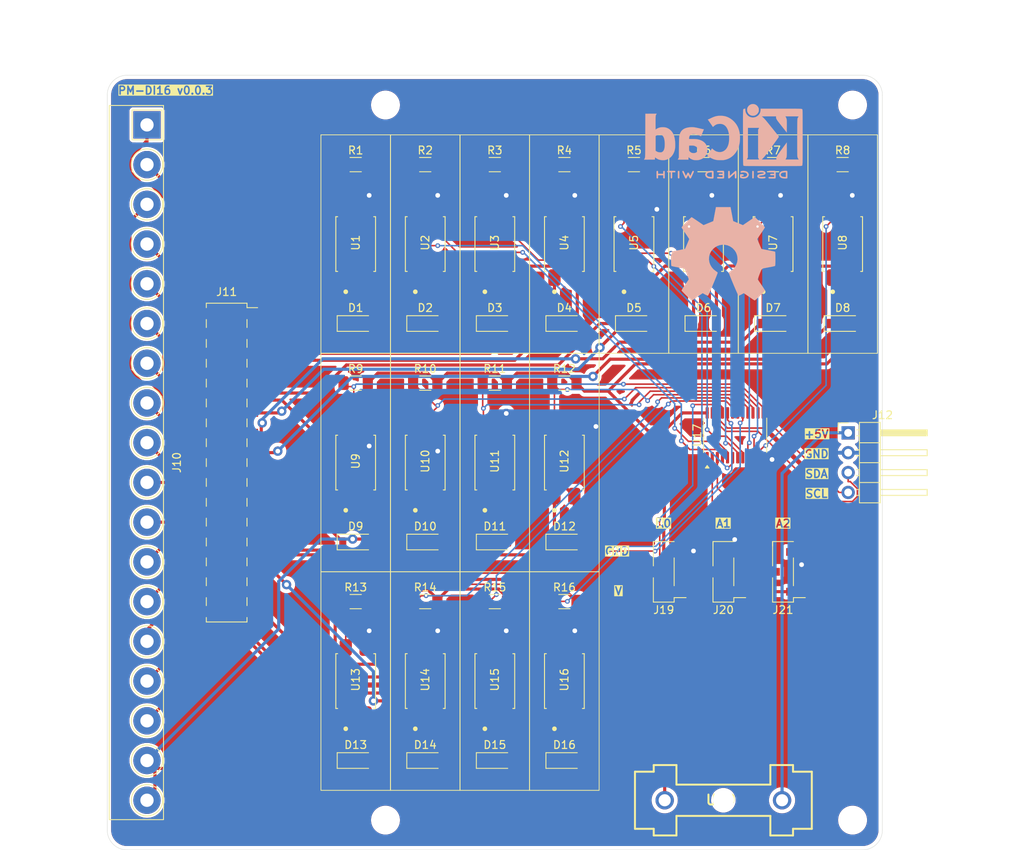
<source format=kicad_pcb>
(kicad_pcb (version 20240108) (generator "pcbnew") (generator_version "8.0")
  (layers (0 "F.Cu" signal) (31 "B.Cu" signal) (34 "B.Paste" user) (35 "F.Paste" user) (36 "B.SilkS" user "B.Silkscreen") (37 "F.SilkS" user "F.Silkscreen") (38 "B.Mask" user) (39 "F.Mask" user) (44 "Edge.Cuts" user))
  (net 0 "")
  (net 1 "GND")
  (net 2 "/M")
  (net 3 "VDD")
  (net 4 "/A0")
  (net 5 "/A1")
  (net 6 "/A2")
  (net 7 "Net-(U17-IO0_0)")
  (net 8 "Net-(U17-IO0_1)")
  (net 9 "Net-(U17-IO0_2)")
  (net 10 "Net-(U17-IO0_3)")
  (net 11 "Net-(U17-IO0_4)")
  (net 12 "Net-(U17-IO0_5)")
  (net 13 "Net-(U17-IO0_6)")
  (net 14 "Net-(U17-IO0_7)")
  (net 15 "Net-(U17-IO1_0)")
  (net 16 "Net-(U17-IO1_1)")
  (net 17 "Net-(U17-IO1_2)")
  (net 18 "Net-(U17-IO1_3)")
  (net 19 "Net-(U17-IO1_4)")
  (net 20 "Net-(U17-IO1_5)")
  (net 21 "Net-(U17-IO1_6)")
  (net 22 "Net-(U17-IO1_7)")
  (net 23 "/SCL")
  (net 25 "/SDA")
  (net 26 "Net-(D1-K)")
  (net 27 "Net-(D2-K)")
  (net 28 "Net-(D3-K)")
  (net 29 "Net-(D4-K)")
  (net 30 "Net-(D5-K)")
  (net 31 "Net-(D6-K)")
  (net 32 "Net-(D7-K)")
  (net 33 "Net-(D8-K)")
  (net 34 "Net-(D9-K)")
  (net 35 "Net-(D10-K)")
  (net 36 "Net-(D11-K)")
  (net 37 "Net-(D12-K)")
  (net 38 "Net-(D13-K)")
  (net 39 "Net-(D14-K)")
  (net 40 "Net-(D15-K)")
  (net 41 "Net-(D16-K)")
  (net 42 "Net-(J10-Pin_1)")
  (net 43 "Net-(J10-Pin_13)")
  (net 44 "Net-(J10-Pin_16)")
  (net 45 "Net-(J10-Pin_12)")
  (net 46 "Net-(J10-Pin_15)")
  (net 47 "Net-(J10-Pin_14)")
  (net 48 "Net-(J12-Pin_1)")
  (net 49 "Net-(J10-Pin_3)")
  (net 50 "Net-(J10-Pin_10)")
  (net 51 "Net-(J10-Pin_8)")
  (net 52 "Net-(J10-Pin_4)")
  (net 53 "Net-(J10-Pin_7)")
  (net 54 "Net-(J10-Pin_6)")
  (net 55 "Net-(J10-Pin_5)")
  (net 56 "Net-(J10-Pin_11)")
  (net 57 "Net-(J10-Pin_9)")
  (net 58 "Net-(J10-Pin_2)")
  (footprint "Diode_SMD:D_SOD-123" (layer "F.Cu") (at 142.24 138.43)
    (property "Reference" "D14")
    (property "Value" "1N4148W")
  )
  (footprint "Diode_SMD:D_SOD-123" (layer "F.Cu") (at 186.69 82.55)
    (property "Reference" "D7")
    (property "Value" "1N4148W")
  )
  (footprint "Diode_SMD:D_SOD-123" (layer "F.Cu") (at 168.91 82.55)
    (property "Reference" "D5")
    (property "Value" "1N4148W")
  )
  (footprint "Resistor_SMD:R_1206_3216Metric_Pad1.30x1.75mm_HandSolder" (layer "F.Cu") (at 151.13 62.23)
    (property "Reference" "R3")
    (property "Value" "10k")
  )
  (footprint "NextPCB:PC817XI_SOIC254P975X460-4N" (layer "F.Cu") (at 168.91 72.39 90)
    (property "Reference" "U5")
    (property "Value" "PC817C")
  )
  (footprint "NextPCB:PC817XI_SOIC254P975X460-4N" (layer "F.Cu") (at 142.24 100.33 90)
    (property "Reference" "U10")
    (property "Value" "PC817C")
  )
  (footprint "Resistor_SMD:R_1206_3216Metric_Pad1.30x1.75mm_HandSolder" (layer "F.Cu") (at 160.02 62.23)
    (property "Reference" "R4")
    (property "Value" "10k")
  )
  (footprint "Diode_SMD:D_SOD-123" (layer "F.Cu") (at 177.8 82.55)
    (property "Reference" "D6")
    (property "Value" "1N4148W")
  )
  (footprint "Diode_SMD:D_SOD-123" (layer "F.Cu") (at 195.58 82.55)
    (property "Reference" "D8")
    (property "Value" "1N4148W")
  )
  (footprint "Resistor_SMD:R_1206_3216Metric_Pad1.30x1.75mm_HandSolder" (layer "F.Cu") (at 142.24 118.11)
    (property "Reference" "R14")
    (property "Value" "10k")
  )
  (footprint "Connector_PinHeader_2.54mm:PinHeader_1x03_P2.54mm_Vertical_SMD_Pin1Left" (layer "F.Cu") (at 180.34 114.3 180)
    (property "Reference" "J20")
    (property "Value" "PinHeader_P2.54_01x03_SMD_Straight")
  )
  (footprint "Diode_SMD:D_SOD-123" (layer "F.Cu") (at 133.35 82.55)
    (property "Reference" "D1")
    (property "Value" "1N4148W")
  )
  (footprint "NextPCB:PC817XI_SOIC254P975X460-4N" (layer "F.Cu") (at 186.69 72.39 90)
    (property "Reference" "U7")
    (property "Value" "PC817C")
  )
  (footprint "Diode_SMD:D_SOD-123" (layer "F.Cu") (at 151.13 138.43)
    (property "Reference" "D15")
    (property "Value" "1N4148W")
  )
  (footprint "MountingHole:MountingHole_3.2mm_M3" (layer "F.Cu") (at 196.85 54.61)
    (property "Reference" "H2" (hide yes))
    (property "Value" "MountingHole" (hide yes))
  )
  (footprint "Diode_SMD:D_SOD-123" (layer "F.Cu") (at 160.02 138.43)
    (property "Reference" "D16")
    (property "Value" "1N4148W")
  )
  (footprint "NextPCB:PC817XI_SOIC254P975X460-4N" (layer "F.Cu") (at 133.35 72.39 90)
    (property "Reference" "U1")
    (property "Value" "PC817C")
  )
  (footprint "Connector_PinHeader_2.54mm:PinHeader_1x03_P2.54mm_Vertical_SMD_Pin1Left" (layer "F.Cu") (at 187.96 114.3 180)
    (property "Reference" "J21")
    (property "Value" "PinHeader_P2.54_01x03_SMD_Straight")
  )
  (footprint "NextPCB:Conn_02x16_socket" (layer "F.Cu") (at 116.86 100.33)
    (property "Reference" "J11")
    (property "Value" "FemaleHeader P2.54 02x16 SMD Straight")
  )
  (footprint "Resistor_SMD:R_1206_3216Metric_Pad1.30x1.75mm_HandSolder" (layer "F.Cu") (at 151.13 118.11)
    (property "Reference" "R15")
    (property "Value" "10k")
  )
  (footprint "NextPCB:PC817XI_SOIC254P975X460-4N" (layer "F.Cu") (at 151.13 100.33 90)
    (property "Reference" "U11")
    (property "Value" "PC817C")
  )
  (footprint "NextPCB:PC817XI_SOIC254P975X460-4N" (layer "F.Cu") (at 160.02 72.39 90)
    (property "Reference" "U4")
    (property "Value" "PC817C")
  )
  (footprint "Connector_PinHeader_2.54mm:PinHeader_1x03_P2.54mm_Vertical_SMD_Pin1Left" (layer "F.Cu") (at 172.72 114.3 180)
    (property "Reference" "J19")
    (property "Value" "PinHeader_P2.54_01x03_SMD_Straight")
  )
  (footprint "Diode_SMD:D_SOD-123" (layer "F.Cu") (at 133.35 138.43)
    (property "Reference" "D13")
    (property "Value" "1N4148W")
  )
  (footprint "Diode_SMD:D_SOD-123" (layer "F.Cu") (at 160.02 110.49)
    (property "Reference" "D12")
    (property "Value" "1N4148W")
  )
  (footprint "Resistor_SMD:R_1206_3216Metric_Pad1.30x1.75mm_HandSolder" (layer "F.Cu") (at 133.35 118.11)
    (property "Reference" "R13")
    (property "Value" "10k")
  )
  (footprint "Resistor_SMD:R_1206_3216Metric_Pad1.30x1.75mm_HandSolder" (layer "F.Cu") (at 160.02 118.11)
    (property "Reference" "R16")
    (property "Value" "10k")
  )
  (footprint "NextPCB:PC817XI_SOIC254P975X460-4N" (layer "F.Cu") (at 151.13 72.39 90)
    (property "Reference" "U3")
    (property "Value" "PC817C")
  )
  (footprint "Package_SO:TSSOP-24_4.4x7.8mm_P0.65mm" (layer "F.Cu") (at 181.845 96.8425 90)
    (property "Reference" "U17")
    (property "Value" "PCA9555PW")
  )
  (footprint "MountingHole:MountingHole_3.2mm_M3" (layer "F.Cu") (at 137.16 54.61)
    (property "Reference" "H1" (hide yes))
    (property "Value" "MountingHole" (hide yes))
  )
  (footprint "MountingHole:MountingHole_3.2mm_M3" (layer "F.Cu") (at 196.85 146.05)
    (property "Reference" "H3" (hide yes))
    (property "Value" "MountingHole" (hide yes))
  )
  (footprint "NextPCB:PC817XI_SOIC254P975X460-4N" (layer "F.Cu") (at 133.35 100.33 90)
    (property "Reference" "U9")
    (property "Value" "PC817C")
  )
  (footprint "NextPCB:Degson_2EDGR-5.08-18P" (layer "F.Cu") (at 106.68 57.15 -90)
    (property "Reference" "J10")
    (property "Value" "2EDGR-5.08-18P")
  )
  (footprint "Diode_SMD:D_SOD-123" (layer "F.Cu") (at 151.13 82.55)
    (property "Reference" "D3")
    (property "Value" "1N4148W")
  )
  (footprint "Resistor_SMD:R_1206_3216Metric_Pad1.30x1.75mm_HandSolder" (layer "F.Cu") (at 142.24 90.17)
    (property "Reference" "R10")
    (property "Value" "10k")
  )
  (footprint "NextPCB:PC817XI_SOIC254P975X460-4N" (layer "F.Cu") (at 195.58 72.39 90)
    (property "Reference" "U8")
    (property "Value" "PC817C")
  )
  (footprint "NextPCB:PC817XI_SOIC254P975X460-4N" (layer "F.Cu") (at 151.13 128.27 90)
    (property "Reference" "U15")
    (property "Value" "PC817C")
  )
  (footprint "NextPCB:PC817XI_SOIC254P975X460-4N" (layer "F.Cu") (at 133.35 128.27 90)
    (property "Reference" "U13")
    (property "Value" "PC817C")
  )
  (footprint "NextPCB:PC817XI_SOIC254P975X460-4N" (layer "F.Cu") (at 160.02 128.27 90)
    (property "Reference" "U16")
    (property "Value" "PC817C")
  )
  (footprint "Diode_SMD:D_SOD-123" (layer "F.Cu") (at 151.13 110.49)
    (property "Reference" "D11")
    (property "Value" "1N4148W")
  )
  (footprint "Resistor_SMD:R_1206_3216Metric_Pad1.30x1.75mm_HandSolder" (layer "F.Cu") (at 133.35 62.23)
    (property "Reference" "R1")
    (property "Value" "10k")
  )
  (footprint "NextPCB:PC817XI_SOIC254P975X460-4N" (layer "F.Cu") (at 160.02 100.33 90)
    (property "Reference" "U12")
    (property "Value" "PC817C")
  )
  (footprint "Resistor_SMD:R_1206_3216Metric_Pad1.30x1.75mm_HandSolder" (layer "F.Cu") (at 186.69 62.23)
    (property "Reference" "R7")
    (property "Value" "10k")
  )
  (footprint "NextPCB:PC817XI_SOIC254P975X460-4N" (layer "F.Cu") (at 142.24 72.39 90)
    (property "Reference" "U2")
    (property "Value" "PC817C")
  )
  (footprint "NextPCB:PC817XI_SOIC254P975X460-4N" (layer "F.Cu") (at 142.24 128.27 90)
    (property "Reference" "U14")
    (property "Value" "PC817C")
  )
  (footprint "Connector_PinHeader_2.54mm:PinHeader_1x04_P2.54mm_Horizontal" (layer "F.Cu") (at 196.285 96.53)
    (property "Reference" "J12")
    (property "Value" "Conn_01x04_Pin")
  )
  (footprint "Diode_SMD:D_SOD-123" (layer "F.Cu") (at 142.24 82.55)
    (property "Reference" "D2")
    (property "Value" "1N4148W")
  )
  (footprint "Resistor_SMD:R_1206_3216Metric_Pad1.30x1.75mm_HandSolder" (layer "F.Cu") (at 142.24 62.23)
    (property "Reference" "R2")
    (property "Value" "10k")
  )
  (footprint "Resistor_SMD:R_1206_3216Metric_Pad1.30x1.75mm_HandSolder" (layer "F.Cu") (at 160.02 90.17)
    (property "Reference" "R12")
    (property "Value" "10k")
  )
  (footprint "Resistor_SMD:R_1206_3216Metric_Pad1.30x1.75mm_HandSolder" (layer "F.Cu") (at 168.91 62.23)
    (property "Reference" "R5")
    (property "Value" "10k")
  )
  (footprint "MountingHole:MountingHole_3.2mm_M3" (layer "F.Cu") (at 137.16 146.05)
    (property "Reference" "H4" (hide yes))
    (property "Value" "MountingHole" (hide yes))
  )
  (footprint "Resistor_SMD:R_1206_3216Metric_Pad1.30x1.75mm_HandSolder" (layer "F.Cu") (at 133.35 90.17)
    (property "Reference" "R9")
    (property "Value" "10k")
  )
  (footprint "Diode_SMD:D_SOD-123" (layer "F.Cu") (at 160.02 82.55)
    (property "Reference" "D4")
    (property "Value" "1N4148W")
  )
  (footprint "Resistor_SMD:R_1206_3216Metric_Pad1.30x1.75mm_HandSolder" (layer "F.Cu") (at 151.13 90.17)
    (property "Reference" "R11")
    (property "Value" "10k")
  )
  (footprint "Resistor_SMD:R_1206_3216Metric_Pad1.30x1.75mm_HandSolder" (layer "F.Cu") (at 177.8 62.23)
    (property "Reference" "R6")
    (property "Value" "10k")
  )
  (footprint "Diode_SMD:D_SOD-123" (layer "F.Cu") (at 133.35 110.49)
    (property "Reference" "D9")
    (property "Value" "1N4148W")
  )
  (footprint "NextPCB:PC817XI_SOIC254P975X460-4N" (layer "F.Cu") (at 177.8 72.39 90)
    (property "Reference" "U6")
    (property "Value" "PC817C")
  )
  (footprint "Diode_SMD:D_SOD-123" (layer "F.Cu") (at 142.24 110.49)
    (property "Reference" "D10")
    (property "Value" "1N4148W")
  )
  (footprint "Resistor_SMD:R_1206_3216Metric_Pad1.30x1.75mm_HandSolder" (layer "F.Cu") (at 195.58 62.23)
    (property "Reference" "R8")
    (property "Value" "10k")
  )
  (footprint "NextPCB:Fuseholder" (layer "F.Cu") (at 180.34 143.51)
    (property "Reference" "U19")
    (property "Value" "64900001039" (hide yes))
  )
  (footprint "Symbol:OSHW-Symbol_13.4x12mm_SilkScreen" (layer "B.Cu") (at 180.34 73.66 180)
    (property "Reference" "logo_oshw" (hide yes))
    (property "Value" "OSHW-Symbol_13.4x12mm_SilkScreen" (hide yes))
  )
  (footprint "Symbol:KiCad-Logo2_8mm_SilkScreen" (layer "B.Cu") (at 180.34 58.42 180)
    (property "Reference" "logo_kicad" (hide yes))
    (property "Value" "KiCad-Logo2_8mm_SilkScreen" (hide yes))
  )
  (gr_rect (start 173.355 58.42) (end 182.245 86.36) (stroke (width 0.1)) (fill none) (layer "F.SilkS"))
  (gr_rect (start 128.905 86.36) (end 137.795 114.3) (stroke (width 0.1)) (fill none) (layer "F.SilkS"))
  (gr_rect (start 146.685 114.3) (end 155.575 142.24) (stroke (width 0.1)) (fill none) (layer "F.SilkS"))
  (gr_rect (start 146.685 58.42) (end 155.575 86.36) (stroke (width 0.1)) (fill none) (layer "F.SilkS"))
  (gr_rect (start 155.575 114.3) (end 164.465 142.24) (stroke (width 0.1)) (fill none) (layer "F.SilkS"))
  (gr_rect (start 191.135 58.42) (end 200.025 86.36) (stroke (width 0.1)) (fill none) (layer "F.SilkS"))
  (gr_rect (start 137.795 114.3) (end 146.685 142.24) (stroke (width 0.1)) (fill none) (layer "F.SilkS"))
  (gr_rect (start 128.905 114.3) (end 137.795 142.24) (stroke (width 0.1)) (fill none) (layer "F.SilkS"))
  (gr_rect (start 164.465 58.42) (end 173.355 86.36) (stroke (width 0.1)) (fill none) (layer "F.SilkS"))
  (gr_rect (start 128.905 58.42) (end 137.795 86.36) (stroke (width 0.1)) (fill none) (layer "F.SilkS"))
  (gr_rect (start 155.575 58.42) (end 164.465 86.36) (stroke (width 0.1)) (fill none) (layer "F.SilkS"))
  (gr_rect (start 137.795 86.36) (end 146.685 114.3) (stroke (width 0.1)) (fill none) (layer "F.SilkS"))
  (gr_rect (start 137.795 58.42) (end 146.685 86.36) (stroke (width 0.1)) (fill none) (layer "F.SilkS"))
  (gr_rect (start 182.245 58.42) (end 191.135 86.36) (stroke (width 0.1)) (fill none) (layer "F.SilkS"))
  (gr_rect (start 146.685 86.36) (end 155.575 114.3) (stroke (width 0.1)) (fill none) (layer "F.SilkS"))
  (gr_rect (start 155.575 86.36) (end 164.465 114.3) (stroke (width 0.1)) (fill none) (layer "F.SilkS"))
  (gr_arc (start 104.14 149.86) (mid 102.343949 149.116051) (end 101.6 147.32) (stroke (width 0.05)) (layer "Edge.Cuts"))
  (gr_arc (start 200.66 147.32) (mid 199.916051 149.116051) (end 198.12 149.86) (stroke (width 0.05)) (layer "Edge.Cuts"))
  (gr_arc (start 101.6 53.34) (mid 102.343949 51.543949) (end 104.14 50.8) (stroke (width 0.05)) (layer "Edge.Cuts"))
  (gr_line (start 198.12 149.86) (end 104.14 149.86) (stroke (width 0.05)) (layer "Edge.Cuts"))
  (gr_line (start 101.6 147.32) (end 101.6 53.34) (stroke (width 0.05)) (layer "Edge.Cuts"))
  (gr_arc (start 198.12 50.8) (mid 199.916051 51.543949) (end 200.66 53.34) (stroke (width 0.05)) (layer "Edge.Cuts"))
  (gr_line (start 104.14 50.8) (end 198.12 50.8) (stroke (width 0.05)) (layer "Edge.Cuts"))
  (gr_line (start 200.66 53.34) (end 200.66 147.32) (stroke (width 0.05)) (layer "Edge.Cuts"))
  (gr_text "+5V" (at 190.587381 97.282 0) (layer "F.SilkS" knockout) (effects (font (size 1 1) (thickness 0.2) (bold yes)) (justify left bottom)))
  (gr_text "A0" (at 171.704 108.712 0) (layer "F.SilkS" knockout) (effects (font (size 1 1) (thickness 0.2) (bold yes)) (justify left bottom)))
  (gr_text "A1" (at 179.324 108.712 0) (layer "F.SilkS" knockout) (effects (font (size 1 1) (thickness 0.2) (bold yes)) (justify left bottom)))
  (gr_text "V" (at 166.37 117.348 0) (layer "F.SilkS" knockout) (effects (font (size 1 1) (thickness 0.2) (bold yes)) (justify left bottom)))
  (gr_text "GND\n" (at 165.1 112.268 0) (layer "F.SilkS" knockout) (effects (font (size 1 1) (thickness 0.2) (bold yes)) (justify left bottom)))
  (gr_text "SCL" (at 190.730238 104.902 0) (layer "F.SilkS" knockout) (effects (font (size 1 1) (thickness 0.2) (bold yes)) (justify left bottom)))
  (gr_text "A2" (at 186.944 108.712 0) (layer "F.SilkS" knockout) (effects (font (size 1 1) (thickness 0.2) (bold yes)) (justify left bottom)))
  (gr_text "GND" (at 190.587381 99.822 0) (layer "F.SilkS" knockout) (effects (font (size 1 1) (thickness 0.2) (bold yes)) (justify left bottom)))
  (gr_text "SDA" (at 190.706428 102.362 0) (layer "F.SilkS" knockout) (effects (font (size 1 1) (thickness 0.2) (bold yes)) (justify left bottom)))
  (gr_text "PM-DI16 v0.0.3" (at 102.87 53.34 0) (layer "F.SilkS" knockout) (effects (font (size 1 1) (thickness 0.2) (bold yes)) (justify left bottom)))
  (segment (start 143.51 122.162) (end 143.51 123.98) (width 0.4) (layer "F.Cu") (net 1))
  (segment (start 143.51 98.5427) (end 143.8328 98.8655) (width 0.4) (layer "F.Cu") (net 1))
  (segment (start 152.5913 66.164) (end 152.4 66.3553) (width 0.4) (layer "F.Cu") (net 1))
  (segment (start 152.5913 94.0457) (end 152.4 94.237) (width 0.4) (layer "F.Cu") (net 1))
  (segment (start 143.8328 121.8392) (end 143.51 122.162) (width 0.4) (layer "F.Cu") (net 1))
  (segment (start 152.4 122.0305) (end 152.4 123.98) (width 0.4) (layer "F.Cu") (net 1))
  (segment (start 161.3498 121.8392) (end 161.29 121.899) (width 0.4) (layer "F.Cu") (net 1))
  (segment (start 187.6458 66.164) (end 187.96 66.4782) (width 0.4) (layer "F.Cu") (net 1))
  (segment (start 187.96 66.4782) (end 187.96 68.1) (width 0.4) (layer "F.Cu") (net 1))
  (segment (start 161.29 121.899) (end 161.29 123.98) (width 0.4) (layer "F.Cu") (net 1))
  (segment (start 189.615 111.76) (end 189.615 112.6664) (width 0.4) (layer "F.Cu") (net 1))
  (segment (start 196.85 66.2022) (end 196.85 68.1) (width 0.4) (layer "F.Cu") (net 1))
  (segment (start 143.51 66.4868) (end 143.51 68.1) (width 0.4) (layer "F.Cu") (net 1))
  (segment (start 134.62 122.2935) (end 134.62 123.98) (width 0.4) (layer "F.Cu") (net 1))
  (segment (start 152.5913 121.8392) (end 152.4 122.0305) (width 0.4) (layer "F.Cu") (net 1))
  (segment (start 152.4 66.3553) (end 152.4 68.1) (width 0.4) (layer "F.Cu") (net 1))
  (segment (start 189.615 112.6664) (end 190.3341 113.3855) (width 0.4) (layer "F.Cu") (net 1))
  (segment (start 161.29 96.04) (end 161.6157 95.7143) (width 0.4) (layer "F.Cu") (net 1))
  (segment (start 134.62 66.6183) (end 134.62 68.1) (width 0.4) (layer "F.Cu") (net 1))
  (segment (start 152.4 94.237) (end 152.4 96.04) (width 0.4) (layer "F.Cu") (net 1))
  (segment (start 186.5566 99.9374) (end 185.6524 99.9374) (width 0.4) (layer "F.Cu") (net 1))
  (segment (start 181.995 110.3822) (end 181.995 111.76) (width 0.4) (layer "F.Cu") (net 1))
  (segment (start 181.7863 110.1735) (end 181.995 110.3822) (width 0.4) (layer "F.Cu") (net 1))
  (segment (start 161.29 66.2238) (end 161.29 68.1) (width 0.4) (layer "F.Cu") (net 1))
  (segment (start 135.0743 121.8392) (end 134.62 122.2935) (width 0.4) (layer "F.Cu") (net 1))
  (segment (start 135.0743 66.164) (end 134.62 66.6183) (width 0.4) (layer "F.Cu") (net 1))
  (segment (start 178.8668 66.164) (end 179.07 66.3672) (width 0.4) (layer "F.Cu") (net 1))
  (segment (start 161.3498 66.164) (end 161.29 66.2238) (width 0.4) (layer "F.Cu") (net 1))
  (segment (start 143.8328 66.164) (end 143.51 66.4868) (width 0.4) (layer "F.Cu") (net 1))
  (segment (start 176.1585 111.6332) (end 176.0317 111.76) (width 0.4) (layer "F.Cu") (net 1))
  (segment (start 196.8118 66.164) (end 196.85 66.2022) (width 0.4) (layer "F.Cu") (net 1))
  (segment (start 185.6524 99.9374) (end 185.42 99.705) (width 0.4) (layer "F.Cu") (net 1))
  (segment (start 171.682 68.1) (end 170.18 68.1) (width 0.4) (layer "F.Cu") (net 1))
  (segment (start 134.62 97.7592) (end 134.62 96.04) (width 0.4) (layer "F.Cu") (net 1))
  (segment (start 161.6157 95.7143) (end 164.051 95.7143) (width 0.4) (layer "F.Cu") (net 1))
  (segment (start 179.07 66.3672) (end 179.07 68.1) (width 0.4) (layer "F.Cu") (net 1))
  (segment (start 143.51 96.04) (end 143.51 98.5427) (width 0.4) (layer "F.Cu") (net 1))
  (segment (start 176.5185 111.6332) (end 176.1585 111.6332) (width 0.4) (layer "F.Cu") (net 1))
  (segment (start 174.375 111.76) (end 176.0317 111.76) (width 0.4) (layer "F.Cu") (net 1))
  (segment (start 171.8364 67.9456) (end 171.682 68.1) (width 0.4) (layer "F.Cu") (net 1))
  (segment (start 135.0743 98.2135) (end 134.62 97.7592) (width 0.4) (layer "F.Cu") (net 1))
  (via (at 152.5913 94.0457) (size 1.2) (drill 0.6) (layers "F.Cu" "B.Cu") (net 1))
  (via (at 181.7863 110.1735) (size 1.2) (drill 0.6) (layers "F.Cu" "B.Cu") (net 1))
  (via (at 135.0743 66.164) (size 1.2) (drill 0.6) (layers "F.Cu" "B.Cu") (net 1))
  (via (at 190.3341 113.3855) (size 1.2) (drill 0.6) (layers "F.Cu" "B.Cu") (net 1))
  (via (at 135.0743 121.8392) (size 1.2) (drill 0.6) (layers "F.Cu" "B.Cu") (net 1))
  (via (at 171.8364 67.9456) (size 1.2) (drill 0.6) (layers "F.Cu" "B.Cu") (net 1))
  (via (at 178.8668 66.164) (size 1.2) (drill 0.6) (layers "F.Cu" "B.Cu") (net 1))
  (via (at 186.5566 99.9374) (size 1.2) (drill 0.6) (layers "F.Cu" "B.Cu") (net 1))
  (via (at 135.0743 98.2135) (size 1.2) (drill 0.6) (layers "F.Cu" "B.Cu") (net 1))
  (via (at 161.3498 121.8392) (size 1.2) (drill 0.6) (layers "F.Cu" "B.Cu") (net 1))
  (via (at 152.5913 121.8392) (size 1.2) (drill 0.6) (layers "F.Cu" "B.Cu") (net 1))
  (via (at 152.5913 66.164) (size 1.2) (drill 0.6) (layers "F.Cu" "B.Cu") (net 1))
  (via (at 161.3498 66.164) (size 1.2) (drill 0.6) (layers "F.Cu" "B.Cu") (net 1))
  (via (at 143.8328 66.164) (size 1.2) (drill 0.6) (layers "F.Cu" "B.Cu") (net 1))
  (via (at 176.5185 111.6332) (size 1.2) (drill 0.6) (layers "F.Cu" "B.Cu") (net 1))
  (via (at 143.8328 121.8392) (size 1.2) (drill 0.6) (layers "F.Cu" "B.Cu") (net 1))
  (via (at 196.8118 66.164) (size 1.2) (drill 0.6) (layers "F.Cu" "B.Cu") (net 1))
  (via (at 187.6458 66.164) (size 1.2) (drill 0.6) (layers "F.Cu" "B.Cu") (net 1))
  (via (at 143.8328 98.8655) (size 1.2) (drill 0.6) (layers "F.Cu" "B.Cu") (net 1))
  (via (at 164.051 95.7143) (size 1.2) (drill 0.6) (layers "F.Cu" "B.Cu") (net 1))
  (segment (start 107.6918 139.4418) (end 133.9882 139.4418) (width 0.4) (layer "F.Cu") (net 2))
  (segment (start 107.6918 142.4982) (end 107.6918 139.4418) (width 0.4) (layer "F.Cu") (net 2))
  (segment (start 161.67 76.68) (end 161.29 76.68) (width 0.4) (layer "F.Cu") (net 2))
  (segment (start 130.7299 124.8315) (end 132.0106 126.1122) (width 0.4) (layer "F.Cu") (net 2))
  (segment (start 161.67 138.43) (end 161.29 138.05) (width 0.4) (layer "F.Cu") (net 2))
  (segment (start 172.8823 75.2084) (end 177.5984 75.2084) (width 0.4) (layer "F.Cu") (net 2))
  (segment (start 170.56 76.68) (end 171.4107 76.68) (width 0.4) (layer "F.Cu") (net 2))
  (segment (start 161.67 110.49) (end 161.29 110.11) (width 0.4) (layer "F.Cu") (net 2))
  (segment (start 170.56 76.68) (end 170.56 82.55) (width 0.4) (layer "F.Cu") (net 2))
  (segment (start 161.67 138.43) (end 160.6674 139.4326) (width 0.4) (layer "F.Cu") (net 2))
  (segment (start 135 83.5718) (end 135 82.55) (width 0.4) (layer "F.Cu") (net 2))
  (segment (start 117.7477 85.3717) (end 133.2001 85.3717) (width 0.4) (layer "F.Cu") (net 2))
  (segment (start 196.85 76.68) (end 196.85 82.17) (width 0.4) (layer "F.Cu") (net 2))
  (segment (start 154.8422 126.1122) (end 161.29 132.56) (width 0.4) (layer "F.Cu") (net 2))
  (segment (start 143.89 82.55) (end 144.9039 83.5639) (width 0.4) (layer "F.Cu") (net 2))
  (segment (start 144.9039 83.5639) (end 151.7661 83.5639) (width 0.4) (layer "F.Cu") (net 2))
  (segment (start 179.45 76.68) (end 179.45 82.55) (width 0.4) (layer "F.Cu") (net 2))
  (segment (start 133.9882 139.4418) (end 135 138.43) (width 0.4) (layer "F.Cu") (net 2))
  (segment (start 143.89 138.43) (end 142.8874 139.4326) (width 0.4) (layer "F.Cu") (net 2))
  (segment (start 134.62 132.56) (end 134.62 138.05) (width 0.4) (layer "F.Cu") (net 2))
  (segment (start 130.7299 117.1905) (end 130.7299 124.8315) (width 0.4) (layer "F.Cu") (net 2))
  (segment (start 132.6484 115.272) (end 130.7299 117.1905) (width 0.4) (layer "F.Cu") (net 2))
  (segment (start 161.67 110.49) (end 156.888 115.272) (width 0.4) (layer "F.Cu") (net 2))
  (segment (start 195.3818 75.2118) (end 196.85 76.68) (width 0.4) (layer "F.Cu") (net 2))
  (segment (start 159.8218 75.2118) (end 153.8682 75.2118) (width 0.4) (layer "F.Cu") (net 2))
  (segment (start 134.62 82.17) (end 135 82.55) (width 0.4) (layer "F.Cu") (net 2))
  (segment (start 143.89 138.43) (end 144.8926 139.4326) (width 0.4) (layer "F.Cu") (net 2))
  (segment (start 161.29 138.05) (end 161.29 132.56) (width 0.4) (layer "F.Cu") (net 2))
  (segment (start 160.6674 139.4326) (end 153.7826 139.4326) (width 0.4) (layer "F.Cu") (net 2))
  (segment (start 177.5984 75.2084) (end 179.07 76.68) (width 0.4) (layer "F.Cu") (net 2))
  (segment (start 189.8082 75.2118) (end 195.3818 75.2118) (width 0.4) (layer "F.Cu") (net 2))
  (segment (start 117.4783 92.1064) (end 117.4783 85.6411) (width 0.4) (layer "F.Cu") (net 2))
  (segment (start 134.62 138.05) (end 135 138.43) (width 0.4) (layer "F.Cu") (net 2))
  (segment (start 161.29 104.62) (end 159.8053 103.1353) (width 0.4) (layer "F.Cu") (net 2))
  (segment (start 106.68 143.51) (end 107.6918 142.4982) (width 0.4) (layer "F.Cu") (net 2))
  (segment (start 134.62 104.62) (end 135.4036 103.8364) (width 0.4) (layer "F.Cu") (net 2))
  (segment (start 150.9318 75.2118) (end 145.3582 75.2118) (width 0.4) (layer "F.Cu") (net 2))
  (segment (start 151.7661 83.5639) (end 152.78 82.55) (width 0.4) (layer "F.Cu") (net 2))
  (segment (start 152.4 76.68) (end 150.9318 75.2118) (width 0.4) (layer "F.Cu") (net 2))
  (segment (start 168.7118 75.2118) (end 163.1382 75.2118) (width 0.4) (layer "F.Cu") (net 2))
  (segment (start 161.67 76.68) (end 161.67 82.55) (width 0.4) (layer "F.Cu") (net 2))
  (segment (start 135.4036 103.8364) (end 123.9088 92.3417) (width 0.4) (layer "F.Cu") (net 2))
  (segment (start 154.2647 103.1353) (end 152.78 104.62) (width 0.4) (layer "F.Cu") (net 2))
  (segment (start 150.9318 103.1518) (end 152.4 104.62) (width 0.4) (layer "F.Cu") (net 2))
  (segment (start 106.68 138.43) (end 107.6918 139.4418) (width 0.4) (layer "F.Cu") (net 2))
  (segment (start 187.96 76.68) (end 188.34 76.68) (width 0.4) (layer "F.Cu") (net 2))
  (segment (start 142.8682 83.5718) (end 135 83.5718) (width 0.4) (layer "F.Cu") (net 2))
  (segment (start 142.0351 103.1451) (end 143.51 104.62) (width 0.4) (layer "F.Cu") (net 2))
  (segment (start 144.8926 139.4326) (end 151.0174 139.4326) (width 0.4) (layer "F.Cu") (net 2))
  (segment (start 145.3582 75.2118) (end 143.89 76.68) (width 0.4) (layer "F.Cu") (net 2))
  (segment (start 153.7826 139.4326) (end 152.78 138.43) (width 0.4) (layer "F.Cu") (net 2))
  (segment (start 188.34 76.68) (end 188.34 82.55) (width 0.4) (layer "F.Cu") (net 2))
  (segment (start 136.0949 103.1451) (end 142.0351 103.1451) (width 0.4) (layer "F.Cu") (net 2))
  (segment (start 134.62 76.68) (end 134.62 82.17) (width 0.4) (layer "F.Cu") (net 2))
  (segment (start 143.89 76.68) (end 143.51 76.68) (width 0.4) (layer "F.Cu") (net 2))
  (segment (start 144.9782 103.1518) (end 150.9318 103.1518) (width 0.4) (layer "F.Cu") (net 2))
  (segment (start 143.89 138.43) (end 143.51 138.05) (width 0.4) (layer "F.Cu") (net 2))
  (segment (start 133.2001 85.3717) (end 135 83.5718) (width 0.4) (layer "F.Cu") (net 2))
  (segment (start 134.6205 110.1105) (end 135 110.49) (width 0.4) (layer "F.Cu") (net 2))
  (segment (start 152.78 104.62) (end 152.4 104.62) (width 0.4) (layer "F.Cu") (net 2))
  (segment (start 143.51 138.05) (end 143.51 132.56) (width 0.4) (layer "F.Cu") (net 2))
  (segment (start 152.4 138.05) (end 152.78 138.43) (width 0.4) (layer "F.Cu") (net 2))
  (segment (start 132.0106 126.1122) (end 154.8422 126.1122) (width 0.4) (layer "F.Cu") (net 2))
  (segment (start 171.4107 76.68) (end 172.8823 75.2084) (width 0.4) (layer "F.Cu") (net 2))
  (segment (start 156.888 115.272) (end 132.6484 115.272) (width 0.4) (layer "F.Cu") (net 2))
  (segment (start 186.4769 75.1969) (end 187.96 76.68) (width 0.4) (layer "F.Cu") (net 2))
  (segment (start 170.18 76.68) (end 168.7118 75.2118) (width 0.4) (layer "F.Cu") (net 2))
  (segment (start 151.0174 139.4326) (end 152.4 138.05) (width 0.4) (layer "F.Cu") (net 2))
  (segment (start 117.7136 92.3417) (end 117.4783 92.1064) (width 0.4) (layer "F.Cu") (net 2))
  (segment (start 170.18 76.68) (end 170.56 76.68) (width 0.4) (layer "F.Cu") (net 2))
  (segment (start 180.9331 75.1969) (end 186.4769 75.1969) (width 0.4) (layer "F.Cu") (net 2))
  (segment (start 152.78 104.62) (end 152.78 110.49) (width 0.4) (layer "F.Cu") (net 2))
  (segment (start 143.89 82.55) (end 142.8682 83.5718) (width 0.4) (layer "F.Cu") (net 2))
  (segment (start 136.0026 139.4326) (end 135 138.43) (width 0.4) (layer "F.Cu") (net 2))
  (segment (start 179.07 76.68) (end 179.45 76.68) (width 0.4) (layer "F.Cu") (net 2))
  (segment (start 135.4036 103.8364) (end 136.0949 103.1451) (width 0.4) (layer "F.Cu") (net 2))
  (segment (start 142.8874 139.4326) (end 136.0026 139.4326) (width 0.4) (layer "F.Cu") (net 2))
  (segment (start 179.45 76.68) (end 180.9331 75.1969) (width 0.4) (layer "F.Cu") (net 2))
  (segment (start 161.29 76.68) (end 159.8218 75.2118) (width 0.4) (layer "F.Cu") (net 2))
  (segment (start 161.29 110.11) (end 161.29 104.62) (width 0.4) (layer "F.Cu") (net 2))
  (segment (start 159.8053 103.1353) (end 154.2647 103.1353) (width 0.4) (layer "F.Cu") (net 2))
  (segment (start 132.962 110.1105) (end 134.6205 110.1105) (width 0.4) (layer "F.Cu") (net 2))
  (segment (start 143.89 110.49) (end 143.51 110.11) (width 0.4) (layer "F.Cu") (net 2))
  (segment (start 152.4 132.56) (end 152.4 138.05) (width 0.4) (layer "F.Cu") (net 2))
  (segment (start 188.34 76.68) (end 189.8082 75.2118) (width 0.4) (layer "F.Cu") (net 2))
  (segment (start 143.89 76.68) (end 143.89 82.55) (width 0.4) (layer "F.Cu") (net 2))
  (segment (start 143.51 110.11) (end 143.51 104.62) (width 0.4) (layer "F.Cu") (net 2))
  (segment (start 163.1382 75.2118) (end 161.67 76.68) (width 0.4) (layer "F.Cu") (net 2))
  (segment (start 153.8682 75.2118) (end 152.4 76.68) (width 0.4) (layer "F.Cu") (net 2))
  (segment (start 143.51 104.62) (end 144.9782 103.1518) (width 0.4) (layer "F.Cu") (net 2))
  (segment (start 196.85 82.17) (end 197.23 82.55) (width 0.4) (layer "F.Cu") (net 2))
  (segment (start 123.9088 92.3417) (end 117.7136 92.3417) (width 0.4) (layer "F.Cu") (net 2))
  (segment (start 117.4783 85.6411) (end 117.7477 85.3717) (width 0.4) (layer "F.Cu") (net 2))
  (via (at 132.962 110.1105) (size 1.2) (drill 0.6) (layers "F.Cu" "B.Cu") (net 2))
  (segment (start 123.5113 115.5219) (end 123.5113 121.5987) (width 0.4) (layer "B.Cu") (net 2))
  (segment (start 123.5113 121.5987) (end 106.68 138.43) (width 0.4) (layer "B.Cu") (net 2))
  (segment (start 128.9227 110.1105) (end 123.5113 115.5219) (width 0.4) (layer "B.Cu") (net 2))
  (segment (start 132.962 110.1105) (end 128.9227 110.1105) (width 0.4) (layer "B.Cu") (net 2))
  (segment (start 174.375 117.2908) (end 179.8875 117.2908) (width 0.4) (layer "F.Cu") (net 3))
  (segment (start 142.6401 116.6505) (end 136.3595 116.6505) (width 0.4) (layer "F.Cu") (net 3))
  (segment (start 145.0677 60.9523) (end 143.79 62.23) (width 0.4) (layer "F.Cu") (net 3))
  (segment (start 188.24 62.23) (end 189.5764 60.8936) (width 0.4) (layer "F.Cu") (net 3))
  (segment (start 160.2923 88.8923) (end 161.57 90.17) (width 0.4) (layer "F.Cu") (net 3))
  (segment (start 169.1814 60.9514) (end 162.8486 60.9514) (width 0.4) (layer "F.Cu") (net 3))
  (segment (start 174.375 117.2908) (end 173.5558 118.11) (width 0.4) (layer "F.Cu") (net 3))
  (segment (start 142.5123 60.9523) (end 143.79 62.23) (width 0.4) (layer "F.Cu") (net 3))
  (segment (start 198.0867 83.1916) (end 193.5661 87.7122) (width 0.4) (layer "F.Cu") (net 3))
  (segment (start 152.9587 117.8313) (end 152.68 118.11) (width 0.4) (layer "F.Cu") (net 3))
  (segment (start 162.5946 91.1946) (end 161.57 90.17) (width 0.4) (layer "F.Cu") (net 3))
  (segment (start 172.7183 113.1035) (end 174.375 114.7602) (width 0.4) (layer "F.Cu") (net 3))
  (segment (start 161.57 118.11) (end 160.2877 116.8277) (width 0.4) (layer "F.Cu") (net 3))
  (segment (start 153.9577 88.8923) (end 160.2923 88.8923) (width 0.4) (layer "F.Cu") (net 3))
  (segment (start 143.9127 117.8004) (end 143.79 117.8004) (width 0.4) (layer "F.Cu") (net 3))
  (segment (start 197.13 62.23) (end 198.0867 63.1867) (width 0.4) (layer "F.Cu") (net 3))
  (segment (start 152.68 62.23) (end 151.4023 60.9523) (width 0.4) (layer "F.Cu") (net 3))
  (segment (start 172.84 118.11) (end 161.57 118.11) (width 0.4) (layer "F.Cu") (net 3))
  (segment (start 179.8875 117.2908) (end 180.3383 116.84) (width 0.4) (layer "F.Cu") (net 3))
  (segment (start 134.9 90.17) (end 136.1777 88.8923) (width 0.4) (layer "F.Cu") (net 3))
  (segment (start 169.1063 87.7122) (end 165.6239 91.1946) (width 0.4) (layer "F.Cu") (net 3))
  (segment (start 136.3595 116.6505) (end 134.9 118.11) (width 0.4) (layer "F.Cu") (net 3))
  (segment (start 189.5764 60.8936) (end 195.7936 60.8936) (width 0.4) (layer "F.Cu") (net 3))
  (segment (start 145.0677 88.8923) (end 143.79 90.17) (width 0.4) (layer "F.Cu") (net 3))
  (segment (start 151.4023 88.8923) (end 145.0677 88.8923) (width 0.4) (layer "F.Cu") (net 3))
  (segment (start 160.2923 60.9523) (end 153.9577 60.9523) (width 0.4) (layer "F.Cu") (net 3))
  (segment (start 181.995 116.84) (end 189.615 116.84) (width 0.4) (layer "F.Cu") (net 3))
  (segment (start 179.35 62.23) (end 178.0723 60.9523) (width 0.4) (layer "F.Cu") (net 3))
  (segment (start 172.7985 96.2744) (end 172.7985 108.6018) (width 0.4) (layer "F.Cu") (net 3))
  (segment (start 151.4023 60.9523) (end 145.0677 60.9523) (width 0.4) (layer "F.Cu") (net 3))
  (segment (start 174.375 116.84) (end 174.375 117.2908) (width 0.4) (layer "F.Cu") (net 3))
  (segment (start 152.68 90.17) (end 151.4023 88.8923) (width 0.4) (layer "F.Cu") (net 3))
  (segment (start 143.79 117.8004) (end 142.6401 116.6505) (width 0.4) (layer "F.Cu") (net 3))
  (segment (start 136.1777 60.9523) (end 142.5123 60.9523) (width 0.4) (layer "F.Cu") (net 3))
  (segment (start 170.46 62.23) (end 169.1814 60.9514) (width 0.4) (layer "F.Cu") (net 3))
  (segment (start 171.7377 60.9523) (end 170.46 62.23) (width 0.4) (layer "F.Cu") (net 3))
  (segment (start 160.2877 116.8277) (end 153.9623 116.8277) (width 0.4) (layer "F.Cu") (net 3))
  (segment (start 170.7037 96.2744) (end 172.7985 96.2744) (width 0.4) (layer "F.Cu") (net 3))
  (segment (start 178.27 93.98) (end 175.0929 93.98) (width 0.4) (layer "F.Cu") (net 3))
  (segment (start 165.6239 91.1946) (end 170.7037 96.2744) (width 0.4) (layer "F.Cu") (net 3))
  (segment (start 198.0867 63.1867) (end 198.0867 83.1916) (width 0.4) (layer "F.Cu") (net 3))
  (segment (start 195.7936 60.8936) (end 197.13 62.23) (width 0.4) (layer "F.Cu") (net 3))
  (segment (start 172.7183 108.682) (end 172.7183 113.1035) (width 0.4) (layer "F.Cu") (net 3))
  (segment (start 180.6277 60.9523) (end 186.9623 60.9523) (width 0.4) (layer "F.Cu") (net 3))
  (segment (start 153.9623 116.8277) (end 152.9587 117.8313) (width 0.4) (layer "F.Cu") (net 3))
  (segment (start 143.79 118.11) (end 143.79 117.8004) (width 0.4) (layer "F.Cu") (net 3))
  (segment (start 179.35 62.23) (end 180.6277 60.9523) (width 0.4) (layer "F.Cu") (net 3))
  (segment (start 181.995 116.84) (end 180.3383 116.84) (width 0.4) (layer "F.Cu") (net 3))
  (segment (start 174.375 114.7602) (end 174.375 116.84) (width 0.4) (layer "F.Cu") (net 3))
  (segment (start 136.1777 88.8923) (end 142.5123 88.8923) (width 0.4) (layer "F.Cu") (net 3))
  (segment (start 193.5661 87.7122) (end 169.1063 87.7122) (width 0.4) (layer "F.Cu") (net 3))
  (segment (start 173.5558 118.11) (end 172.84 118.11) (width 0.4) (layer "F.Cu") (net 3))
  (segment (start 165.6239 91.1946) (end 162.5946 91.1946) (width 0.4) (layer "F.Cu") (net 3))
  (segment (start 152.9587 117.8313) (end 151.631 116.5037) (width 0.4) (layer "F.Cu") (net 3))
  (segment (start 172.7985 108.6018) (end 172.7183 108.682) (width 0.4) (layer "F.Cu") (net 3))
  (segment (start 161.57 62.23) (end 160.2923 60.9523) (width 0.4) (layer "F.Cu") (net 3))
  (segment (start 153.9577 60.9523) (end 152.68 62.23) (width 0.4) (layer "F.Cu") (net 3))
  (segment (start 175.0929 93.98) (end 172.7985 96.2744) (width 0.4) (layer "F.Cu") (net 3))
  (segment (start 178.0723 60.9523) (end 171.7377 60.9523) (width 0.4) (layer "F.Cu") (net 3))
  (segment (start 145.2094 116.5037) (end 143.9127 117.8004) (width 0.4) (layer "F.Cu") (net 3))
  (segment (start 142.5123 88.8923) (end 143.79 90.17) (width 0.4) (layer "F.Cu") (net 3))
  (segment (start 152.68 90.17) (end 153.9577 88.8923) (width 0.4) (layer "F.Cu") (net 3))
  (segment (start 134.9 62.23) (end 136.1777 60.9523) (width 0.4) (layer "F.Cu") (net 3))
  (segment (start 162.8486 60.9514) (end 161.57 62.23) (width 0.4) (layer "F.Cu") (net 3))
  (segment (start 186.9623 60.9523) (end 188.24 62.23) (width 0.4) (layer "F.Cu") (net 3))
  (segment (start 172.84 143.51) (end 172.84 118.11) (width 0.4) (layer "F.Cu") (net 3))
  (segment (start 151.631 116.5037) (end 145.2094 116.5037) (width 0.4) (layer "F.Cu") (net 3))
  (segment (start 180.22 93.2914) (end 179.8408 92.9122) (width 0.2) (layer "F.Cu") (net 4))
  (segment (start 179.8408 92.9122) (end 176.5704 92.9122) (width 0.2) (layer "F.Cu") (net 4))
  (segment (start 180.22 93.98) (end 180.22 93.2914) (width 0.2) (layer "F.Cu") (net 4))
  (segment (start 172.2044 107.7893) (end 172.0423 107.6272) (width 0.2) (layer "F.Cu") (net 4))
  (segment (start 171.065 113.4983) (end 172.2044 112.3589) (width 0.2) (layer "F.Cu") (net 4))
  (segment (start 172.2044 112.3589) (end 172.2044 107.7893) (width 0.2) (layer "F.Cu") (net 4))
  (segment (start 176.5704 92.9122) (end 176.4183 93.0643) (width 0.2) (layer "F.Cu") (net 4))
  (segment (start 171.065 114.3) (end 171.065 113.4983) (width 0.2) (layer "F.Cu") (net 4))
  (via (at 172.0423 107.6272) (size 0.6) (drill 0.3) (layers "F.Cu" "B.Cu") (net 4))
  (via (at 176.4183 93.0643) (size 0.6) (drill 0.3) (layers "F.Cu" "B.Cu") (net 4))
  (segment (start 176.4183 93.0643) (end 176.4183 103.2512) (width 0.2) (layer "B.Cu") (net 4))
  (segment (start 176.4183 103.2512) (end 172.0423 107.6272) (width 0.2) (layer "B.Cu") (net 4))
  (segment (start 178.92 113.2633) (end 178.685 113.4983) (width 0.2) (layer "F.Cu") (net 5))
  (segment (start 178.685 114.3) (end 178.685 113.4983) (width 0.2) (layer "F.Cu") (net 5))
  (segment (start 178.92 99.705) (end 178.92 113.2633) (width 0.2) (layer "F.Cu") (net 5))
  (segment (start 179.57 103.5697) (end 179.57 99.705) (width 0.2) (layer "F.Cu") (net 6))
  (segment (start 186.305 114.3) (end 186.305 110.3047) (width 0.2) (layer "F.Cu") (net 6))
  (segment (start 186.305 110.3047) (end 179.57 103.5697) (width 0.2) (layer "F.Cu") (net 6))
  (segment (start 179.8366 98.6654) (end 176.0661 98.6654) (width 0.2) (layer "F.Cu") (net 7))
  (segment (start 132.08 62.51) (end 131.8 62.23) (width 0.2) (layer "F.Cu") (net 7))
  (segment (start 143.8328 72.5932) (end 136.5732 72.5932) (width 0.2) (layer "F.Cu") (net 7))
  (segment (start 180.22 99.705) (end 180.22 99.0488) (width 0.2) (layer "F.Cu") (net 7))
  (segment (start 136.5732 72.5932) (end 132.08 68.1) (width 0.2) (layer "F.Cu") (net 7))
  (segment (start 176.0661 98.6654) (end 174.9633 97.5626) (width 0.2) (layer "F.Cu") (net 7))
  (segment (start 132.08 68.1) (end 132.08 62.51) (width 0.2) (layer "F.Cu") (net 7))
  (segment (start 180.22 99.0488) (end 179.8366 98.6654) (width 0.2) (layer "F.Cu") (net 7))
  (via (at 143.8328 72.5932) (size 0.6) (drill 0.3) (layers "F.Cu" "B.Cu") (net 7))
  (via (at 174.9633 97.5626) (size 0.6) (drill 0.3) (layers "F.Cu" "B.Cu") (net 7))
  (segment (start 174.9633 92.8682) (end 154.6883 72.5932) (width 0.2) (layer "B.Cu") (net 7))
  (segment (start 154.6883 72.5932) (end 143.8328 72.5932) (width 0.2) (layer "B.Cu") (net 7))
  (segment (start 174.9633 97.5626) (end 174.9633 92.8682) (width 0.2) (layer "B.Cu") (net 7))
  (segment (start 175.8693 97.6177) (end 179.5076 97.6177) (width 0.2) (layer "F.Cu") (net 8))
  (segment (start 140.69 62.23) (end 140.97 62.51) (width 0.2) (layer "F.Cu") (net 8))
  (segment (start 180.87 98.9801) (end 180.87 99.705) (width 0.2) (layer "F.Cu") (net 8))
  (segment (start 174.2008 95.9492) (end 175.8693 97.6177) (width 0.2) (layer "F.Cu") (net 8))
  (segment (start 174.1207 95.9492) (end 174.2008 95.9492) (width 0.2) (layer "F.Cu") (net 8))
  (segment (start 140.97 62.51) (end 140.97 68.1) (width 0.2) (layer "F.Cu") (net 8))
  (segment (start 146.3218 73.4518) (end 154.6896 73.4518) (width 0.2) (layer "F.Cu") (net 8))
  (segment (start 140.97 68.1) (end 146.3218 73.4518) (width 0.2) (layer "F.Cu") (net 8))
  (segment (start 179.5076 97.6177) (end 180.87 98.9801) (width 0.2) (layer "F.Cu") (net 8))
  (via (at 154.6896 73.4518) (size 0.6) (drill 0.3) (layers "F.Cu" "B.Cu") (net 8))
  (via (at 174.1207 95.9492) (size 0.6) (drill 0.3) (layers "F.Cu" "B.Cu") (net 8))
  (segment (start 174.1207 95.9492) (end 174.1207 92.7849) (width 0.2) (layer "B.Cu") (net 8))
  (segment (start 174.1207 92.7849) (end 154.7876 73.4518) (width 0.2) (layer "B.Cu") (net 8))
  (segment (start 154.7876 73.4518) (end 154.6896 73.4518) (width 0.2) (layer "B.Cu") (net 8))
  (segment (start 156.6958 74.4356) (end 151.7594 69.4992) (width 0.2) (layer "F.Cu") (net 9))
  (segment (start 180.9253 101.0202) (end 180.8194 101.0202) (width 0.2) (layer "F.Cu") (net 9))
  (segment (start 170.6484 74.4356) (end 156.6958 74.4356) (width 0.2) (layer "F.Cu") (net 9))
  (segment (start 149.58 62.23) (end 149.86 62.51) (width 0.2) (layer "F.Cu") (net 9))
  (segment (start 151.2592 69.4992) (end 149.86 68.1) (width 0.2) (layer "F.Cu") (net 9))
  (segment (start 149.86 62.51) (end 149.86 68.1) (width 0.2) (layer "F.Cu") (net 9))
  (segment (start 181.52 99.705) (end 181.52 100.4255) (width 0.2) (layer "F.Cu") (net 9))
  (segment (start 151.7594 69.4992) (end 151.2592 69.4992) (width 0.2) (layer "F.Cu") (net 9))
  (segment (start 171.448 75.2352) (end 170.6484 74.4356) (width 0.2) (layer "F.Cu") (net 9))
  (segment (start 181.52 100.4255) (end 180.9253 101.0202) (width 0.2) (layer "F.Cu") (net 9))
  (via (at 171.448 75.2352) (size 0.6) (drill 0.3) (layers "F.Cu" "B.Cu") (net 9))
  (via (at 180.8194 101.0202) (size 0.6) (drill 0.3) (layers "F.Cu" "B.Cu") (net 9))
  (segment (start 180.8194 101.0202) (end 177.597 97.7978) (width 0.2) (layer "B.Cu") (net 9))
  (segment (start 177.597 81.3842) (end 171.448 75.2352) (width 0.2) (layer "B.Cu") (net 9))
  (segment (start 177.597 97.7978) (end 177.597 81.3842) (width 0.2) (layer "B.Cu") (net 9))
  (segment (start 180.9733 97.8521) (end 180.619 97.8521) (width 0.2) (layer "F.Cu") (net 10))
  (segment (start 182.17 99.0488) (end 180.9733 97.8521) (width 0.2) (layer "F.Cu") (net 10))
  (segment (start 182.17 99.705) (end 182.17 99.0488) (width 0.2) (layer "F.Cu") (net 10))
  (segment (start 173.6447 73.5645) (end 164.2145 73.5645) (width 0.2) (layer "F.Cu") (net 10))
  (segment (start 158.47 62.23) (end 158.75 62.51) (width 0.2) (layer "F.Cu") (net 10))
  (segment (start 158.75 62.51) (end 158.75 68.1) (width 0.2) (layer "F.Cu") (net 10))
  (segment (start 164.2145 73.5645) (end 158.75 68.1) (width 0.2) (layer "F.Cu") (net 10))
  (via (at 180.619 97.8521) (size 0.6) (drill 0.3) (layers "F.Cu" "B.Cu") (net 10))
  (via (at 173.6447 73.5645) (size 0.6) (drill 0.3) (layers "F.Cu" "B.Cu") (net 10))
  (segment (start 180.619 97.8521) (end 180.619 80.5388) (width 0.2) (layer "B.Cu") (net 10))
  (segment (start 180.619 80.5388) (end 173.6447 73.5645) (width 0.2) (layer "B.Cu") (net 10))
  (segment (start 182.82 99.705) (end 182.82 99.0377) (width 0.2) (layer "F.Cu") (net 11))
  (segment (start 182.82 99.0377) (end 180.7382 96.9559) (width 0.2) (layer "F.Cu") (net 11))
  (segment (start 167.64 69.6988) (end 167.64 68.1) (width 0.2) (layer "F.Cu") (net 11))
  (segment (start 167.64 62.51) (end 167.64 68.1) (width 0.2) (layer "F.Cu") (net 11))
  (segment (start 167.1888 70.15) (end 167.64 69.6988) (width 0.2) (layer "F.Cu") (net 11))
  (segment (start 180.7382 96.9559) (end 179.1061 96.9559) (width 0.2) (layer "F.Cu") (net 11))
  (segment (start 179.1061 96.9559) (end 178.2683 96.1181) (width 0.2) (layer "F.Cu") (net 11))
  (segment (start 167.36 62.23) (end 167.64 62.51) (width 0.2) (layer "F.Cu") (net 11))
  (via (at 167.1888 70.15) (size 0.6) (drill 0.3) (layers "F.Cu" "B.Cu") (net 11))
  (via (at 178.2683 96.1181) (size 0.6) (drill 0.3) (layers "F.Cu" "B.Cu") (net 11))
  (segment (start 178.2683 96.1181) (end 178.2683 81.1195) (width 0.2) (layer "B.Cu") (net 11))
  (segment (start 167.2988 70.15) (end 167.1888 70.15) (width 0.2) (layer "B.Cu") (net 11))
  (segment (start 178.2683 81.1195) (end 167.2988 70.15) (width 0.2) (layer "B.Cu") (net 11))
  (segment (start 176.53 69.5673) (end 176.53 68.1) (width 0.2) (layer "F.Cu") (net 12))
  (segment (start 183.47 99.705) (end 183.47 97.9819) (width 0.2) (layer "F.Cu") (net 12))
  (segment (start 176.53 62.51) (end 176.53 68.1) (width 0.2) (layer "F.Cu") (net 12))
  (segment (start 176.25 62.23) (end 176.53 62.51) (width 0.2) (layer "F.Cu") (net 12))
  (segment (start 175.9473 70.15) (end 176.53 69.5673) (width 0.2) (layer "F.Cu") (net 12))
  (segment (start 183.47 97.9819) (end 183.6534 97.7985) (width 0.2) (layer "F.Cu") (net 12))
  (via (at 183.6534 97.7985) (size 0.6) (drill 0.3) (layers "F.Cu" "B.Cu") (net 12))
  (via (at 175.9473 70.15) (size 0.6) (drill 0.3) (layers "F.Cu" "B.Cu") (net 12))
  (segment (start 183.6534 77.8561) (end 183.6534 97.7985) (width 0.2) (layer "B.Cu") (net 12))
  (segment (start 175.9473 70.15) (end 183.6534 77.8561) (width 0.2) (layer "B.Cu") (net 12))
  (segment (start 185.14 62.23) (end 185.42 62.51) (width 0.2) (layer "F.Cu") (net 13))
  (segment (start 185.42 69.4358) (end 185.42 68.1) (width 0.2) (layer "F.Cu") (net 13))
  (segment (start 184.2568 99.5682) (end 184.2568 96.9638) (width 0.2) (layer "F.Cu") (net 13))
  (segment (start 185.42 62.51) (end 185.42 68.1) (width 0.2) (layer "F.Cu") (net 13))
  (segment (start 184.7058 70.15) (end 185.42 69.4358) (width 0.2) (layer "F.Cu") (net 13))
  (segment (start 184.12 99.705) (end 184.2568 99.5682) (width 0.2) (layer "F.Cu") (net 13))
  (via (at 184.7058 70.15) (size 0.6) (drill 0.3) (layers "F.Cu" "B.Cu") (net 13))
  (via (at 184.2568 96.9638) (size 0.6) (drill 0.3) (layers "F.Cu" "B.Cu") (net 13))
  (segment (start 184.2568 96.9638) (end 184.7058 96.5148) (width 0.2) (layer "B.Cu") (net 13))
  (segment (start 184.7058 96.5148) (end 184.7058 70.15) (width 0.2) (layer "B.Cu") (net 13))
  (segment (start 184.77 99.705) (end 184.77 99.0165) (width 0.2) (layer "F.Cu") (net 14))
  (segment (start 185.6201 98.1664) (end 185.7505 98.1664) (width 0.2) (layer "F.Cu") (net 14))
  (segment (start 194.31 69.3043) (end 194.31 68.1) (width 0.2) (layer "F.Cu") (net 14))
  (segment (start 194.31 62.51) (end 194.31 68.1) (width 0.2) (layer "F.Cu") (net 14))
  (segment (start 194.03 62.23) (end 194.31 62.51) (width 0.2) (layer "F.Cu") (net 14))
  (segment (start 184.77 99.0165) (end 185.6201 98.1664) (width 0.2) (layer "F.Cu") (net 14))
  (segment (start 193.4643 70.15) (end 194.31 69.3043) (width 0.2) (layer "F.Cu") (net 14))
  (via (at 185.7505 98.1664) (size 0.6) (drill 0.3) (layers "F.Cu" "B.Cu") (net 14))
  (via (at 193.4643 70.15) (size 0.6) (drill 0.3) (layers "F.Cu" "B.Cu") (net 14))
  (segment (start 193.4643 70.15) (end 193.4643 90.4526) (width 0.2) (layer "B.Cu") (net 14))
  (segment (start 193.4643 90.4526) (end 185.7505 98.1664) (width 0.2) (layer "B.Cu") (net 14))
  (segment (start 185.42 93.2775) (end 182.4477 90.3052) (width 0.2) (layer "F.Cu") (net 15))
  (segment (start 132.244 90.614) (end 131.8 90.17) (width 0.2) (layer "F.Cu") (net 15))
  (segment (start 133.1059 90.614) (end 132.244 90.614) (width 0.2) (layer "F.Cu") (net 15))
  (segment (start 185.42 93.98) (end 185.42 93.2775) (width 0.2) (layer "F.Cu") (net 15))
  (segment (start 182.4477 90.3052) (end 167.5664 90.3052) (width 0.2) (layer "F.Cu") (net 15))
  (segment (start 133.1059 95.0141) (end 133.1059 90.614) (width 0.2) (layer "F.Cu") (net 15))
  (segment (start 132.08 96.04) (end 133.1059 95.0141) (width 0.2) (layer "F.Cu") (net 15))
  (via (at 133.1059 90.614) (size 0.6) (drill 0.3) (layers "F.Cu" "B.Cu") (net 15))
  (via (at 167.5664 90.3052) (size 0.6) (drill 0.3) (layers "F.Cu" "B.Cu") (net 15))
  (segment (start 133.4147 90.3052) (end 133.1059 90.614) (width 0.2) (layer "B.Cu") (net 15))
  (segment (start 167.5664 90.3052) (end 133.4147 90.3052) (width 0.2) (layer "B.Cu") (net 15))
  (segment (start 169.1403 90.7509) (end 167.6793 92.2119) (width 0.2) (layer "F.Cu") (net 16))
  (segment (start 143.8328 93.0297) (end 143.5497 93.0297) (width 0.2) (layer "F.Cu") (net 16))
  (segment (start 140.97 96.04) (end 143.8328 93.1772) (width 0.2) (layer "F.Cu") (net 16))
  (segment (start 184.77 93.98) (end 184.77 93.2927) (width 0.2) (layer "F.Cu") (net 16))
  (segment (start 182.2282 90.7509) (end 169.1403 90.7509) (width 0.2) (layer "F.Cu") (net 16))
  (segment (start 184.77 93.2927) (end 182.2282 90.7509) (width 0.2) (layer "F.Cu") (net 16))
  (segment (start 143.5497 93.0297) (end 140.69 90.17) (width 0.2) (layer "F.Cu") (net 16))
  (segment (start 143.8328 93.1772) (end 143.8328 93.0297) (width 0.2) (layer "F.Cu") (net 16))
  (via (at 143.8328 93.0297) (size 0.6) (drill 0.3) (layers "F.Cu" "B.Cu") (net 16))
  (via (at 167.6793 92.2119) (size 0.6) (drill 0.3) (layers "F.Cu" "B.Cu") (net 16))
  (segment (start 144.6506 92.2119) (end 143.8328 93.0297) (width 0.2) (layer "B.Cu") (net 16))
  (segment (start 167.6793 92.2119) (end 144.6506 92.2119) (width 0.2) (layer "B.Cu") (net 16))
  (segment (start 149.6718 95.8518) (end 149.86 96.04) (width 0.2) (layer "F.Cu") (net 17))
  (segment (start 184.12 93.3093) (end 182.0138 91.2031) (width 0.2) (layer "F.Cu") (net 17))
  (segment (start 149.6718 93.4007) (end 149.6718 95.8518) (width 0.2) (layer "F.Cu") (net 17))
  (segment (start 149.58 93.3089) (end 149.6718 93.4007) (width 0.2) (layer "F.Cu") (net 17))
  (segment (start 149.58 90.17) (end 149.58 93.3089) (width 0.2) (layer "F.Cu") (net 17))
  (segment (start 184.12 93.98) (end 184.12 93.3093) (width 0.2) (layer "F.Cu") (net 17))
  (segment (start 169.5713 92.6167) (end 169.5713 92.9325) (width 0.2) (layer "F.Cu") (net 17))
  (segment (start 182.0138 91.2031) (end 170.9849 91.2031) (width 0.2) (layer "F.Cu") (net 17))
  (segment (start 170.9849 91.2031) (end 169.5713 92.6167) (width 0.2) (layer "F.Cu") (net 17))
  (via (at 149.6718 93.4007) (size 0.6) (drill 0.3) (layers "F.Cu" "B.Cu") (net 17))
  (via (at 169.5713 92.9325) (size 0.6) (drill 0.3) (layers "F.Cu" "B.Cu") (net 17))
  (segment (start 169.5713 92.9325) (end 150.14 92.9325) (width 0.2) (layer "B.Cu") (net 17))
  (segment (start 150.14 92.9325) (end 149.6718 93.4007) (width 0.2) (layer "B.Cu") (net 17))
  (segment (start 170.6622 92.4151) (end 171.4234 91.6539) (width 0.2) (layer "F.Cu") (net 18))
  (segment (start 181.8001 91.6539) (end 183.47 93.3238) (width 0.2) (layer "F.Cu") (net 18))
  (segment (start 158.75 96.04) (end 158.75 91.5252) (width 0.2) (layer "F.Cu") (net 18))
  (segment (start 160.4045 90.9876) (end 159.2876 90.9876) (width 0.2) (layer "F.Cu") (net 18))
  (segment (start 171.4234 91.6539) (end 181.8001 91.6539) (width 0.2) (layer "F.Cu") (net 18))
  (segment (start 159.2876 90.9876) (end 158.47 90.17) (width 0.2) (layer "F.Cu") (net 18))
  (segment (start 183.47 93.3238) (end 183.47 93.98) (width 0.2) (layer "F.Cu") (net 18))
  (segment (start 158.75 91.5252) (end 159.2876 90.9876) (width 0.2) (layer "F.Cu") (net 18))
  (via (at 160.4045 90.9876) (size 0.6) (drill 0.3) (layers "F.Cu" "B.Cu") (net 18))
  (via (at 170.6622 92.4151) (size 0.6) (drill 0.3) (layers "F.Cu" "B.Cu") (net 18))
  (segment (start 170.6622 92.4151) (end 169.2347 90.9876) (width 0.2) (layer "B.Cu") (net 18))
  (segment (start 169.2347 90.9876) (end 160.4045 90.9876) (width 0.2) (layer "B.Cu") (net 18))
  (segment (start 132.08 118.11) (end 132.08 123.98) (width 0.2) (layer "F.Cu") (net 19))
  (segment (start 182.82 93.98) (end 182.82 94.9309) (width 0.2) (layer "F.Cu") (net 19))
  (segment (start 158.8489 115.8928) (end 134.2972 115.8928) (width 0.2) (layer "F.Cu") (net 19))
  (segment (start 163.0923 111.6494) (end 158.8489 115.8928) (width 0.2) (layer "F.Cu") (net 19))
  (segment (start 134.2972 115.8928) (end 132.08 118.11) (width 0.2) (layer "F.Cu") (net 19))
  (segment (start 171.6027 111.6494) (end 163.0923 111.6494) (width 0.2) (layer "F.Cu") (net 19))
  (segment (start 182.82 94.9309) (end 182.4832 95.2677) (width 0.2) (layer "F.Cu") (net 19))
  (segment (start 131.8 118.11) (end 132.08 118.11) (width 0.2) (layer "F.Cu") (net 19))
  (via (at 182.4832 95.2677) (size 0.6) (drill 0.3) (layers "F.Cu" "B.Cu") (net 19))
  (via (at 171.6027 111.6494) (size 0.6) (drill 0.3) (layers "F.Cu" "B.Cu") (net 19))
  (segment (start 171.7121 111.6494) (end 171.6027 111.6494) (width 0.2) (layer "B.Cu") (net 19))
  (segment (start 182.4832 100.8783) (end 171.7121 111.6494) (width 0.2) (layer "B.Cu") (net 19))
  (segment (start 182.4832 95.2677) (end 182.4832 100.8783) (width 0.2) (layer "B.Cu") (net 19))
  (segment (start 180.9733 92.0571) (end 182.17 93.2538) (width 0.2) (layer "F.Cu") (net 20))
  (segment (start 140.69 118.11) (end 140.97 118.11) (width 0.2) (layer "F.Cu") (net 20))
  (segment (start 140.97 118.11) (end 140.97 123.98) (width 0.2) (layer "F.Cu") (net 20))
  (segment (start 141.7278 117.3522) (end 140.97 118.11) (width 0.2) (layer "F.Cu") (net 20))
  (segment (start 142.3495 117.3522) (end 141.7278 117.3522) (width 0.2) (layer "F.Cu") (net 20))
  (segment (start 172.4436 92.0571) (end 180.9733 92.0571) (width 0.2) (layer "F.Cu") (net 20))
  (segment (start 182.17 93.2538) (end 182.17 93.98) (width 0.2) (layer "F.Cu") (net 20))
  (segment (start 171.9335 92.5672) (end 172.4436 92.0571) (width 0.2) (layer "F.Cu") (net 20))
  (via (at 142.3495 117.3522) (size 0.6) (drill 0.3) (layers "F.Cu" "B.Cu") (net 20))
  (via (at 171.9335 92.5672) (size 0.6) (drill 0.3) (layers "F.Cu" "B.Cu") (net 20))
  (segment (start 171.9335 92.9714) (end 171.9335 92.5672) (width 0.2) (layer "B.Cu") (net 20))
  (segment (start 142.3495 117.3522) (end 147.5527 117.3522) (width 0.2) (layer "B.Cu") (net 20))
  (segment (start 147.5527 117.3522) (end 171.9335 92.9714) (width 0.2) (layer "B.Cu") (net 20))
  (segment (start 149.86 118.11) (end 150.433 118.11) (width 0.2) (layer "F.Cu") (net 21))
  (segment (start 173.6815 92.4588) (end 180.6714 92.4588) (width 0.2) (layer "F.Cu") (net 21))
  (segment (start 180.6714 92.4588) (end 181.52 93.3074) (width 0.2) (layer "F.Cu") (net 21))
  (segment (start 150.433 118.11) (end 151.332 117.211) (width 0.2) (layer "F.Cu") (net 21))
  (segment (start 181.52 93.3074) (end 181.52 93.98) (width 0.2) (layer "F.Cu") (net 21))
  (segment (start 149.86 118.11) (end 149.58 118.11) (width 0.2) (layer "F.Cu") (net 21))
  (segment (start 149.86 123.98) (end 149.86 118.11) (width 0.2) (layer "F.Cu") (net 21))
  (segment (start 173.2934 92.8469) (end 173.6815 92.4588) (width 0.2) (layer "F.Cu") (net 21))
  (via (at 151.332 117.211) (size 0.6) (drill 0.3) (layers "F.Cu" "B.Cu") (net 21))
  (via (at 173.2934 92.8469) (size 0.6) (drill 0.3) (layers "F.Cu" "B.Cu") (net 21))
  (segment (start 151.332 114.8083) (end 173.2934 92.8469) (width 0.2) (layer "B.Cu") (net 21))
  (segment (start 151.332 117.211) (end 151.332 114.8083) (width 0.2) (layer "B.Cu") (net 21))
  (segment (start 180.87 93.98) (end 180.87 94.8773) (width 0.2) (layer "F.Cu") (net 22))
  (segment (start 160.4045 118.0777) (end 158.5023 118.0777) (width 0.2) (layer "F.Cu") (net 22))
  (segment (start 158.5023 118.0777) (end 158.47 118.11) (width 0.2) (layer "F.Cu") (net 22))
  (segment (start 158.75 123.98) (end 158.75 118.39) (width 0.2) (layer "F.Cu") (net 22))
  (segment (start 180.87 94.8773) (end 181.306 95.3133) (width 0.2) (layer "F.Cu") (net 22))
  (segment (start 158.75 118.39) (end 158.47 118.11) (width 0.2) (layer "F.Cu") (net 22))
  (via (at 181.306 95.3133) (size 0.6) (drill 0.3) (layers "F.Cu" "B.Cu") (net 22))
  (via (at 160.4045 118.0777) (size 0.6) (drill 0.3) (layers "F.Cu" "B.Cu") (net 22))
  (segment (start 181.4211 101.3086) (end 171.682 111.0477) (width 0.2) (layer "B.Cu") (net 22))
  (segment (start 181.306 95.3133) (end 181.4211 95.4284) (width 0.2) (layer "B.Cu") (net 22))
  (segment (start 181.4211 95.4284) (end 181.4211 101.3086) (width 0.2) (layer "B.Cu") (net 22))
  (segment (start 167.4345 111.0477) (end 160.4045 118.0777) (width 0.2) (layer "B.Cu") (net 22))
  (segment (start 171.682 111.0477) (end 167.4345 111.0477) (width 0.2) (layer "B.Cu") (net 22))
  (segment (start 179.57 94.6362) (end 179.57 93.98) (width 0.2) (layer "F.Cu") (net 23))
  (segment (start 196.285 104.15) (end 195.1333 104.15) (width 0.2) (layer "F.Cu") (net 23))
  (segment (start 180.8513 95.9175) (end 179.57 94.6362) (width 0.2) (layer "F.Cu") (net 23))
  (segment (start 186.9008 95.9175) (end 180.8513 95.9175) (width 0.2) (layer "F.Cu") (net 23))
  (segment (start 195.1333 104.15) (end 186.9008 95.9175) (width 0.2) (layer "F.Cu") (net 23))
  (segment (start 180.6171 96.3406) (end 184.7759 96.3406) (width 0.2) (layer "F.Cu") (net 25))
  (segment (start 196.285 101.61) (end 196.285 102.7617) (width 0.2) (layer "F.Cu") (net 25))
  (segment (start 196.8173 105.3098) (end 197.4604 104.6667) (width 0.2) (layer "F.Cu") (net 25))
  (segment (start 178.92 93.98) (end 178.92 94.6435) (width 0.2) (layer "F.Cu") (net 25))
  (segment (start 193.7451 105.3098) (end 196.8173 105.3098) (width 0.2) (layer "F.Cu") (net 25))
  (segment (start 197.4604 103.6686) (end 196.5535 102.7617) (width 0.2) (layer "F.Cu") (net 25))
  (segment (start 197.4604 104.6667) (end 197.4604 103.6686) (width 0.2) (layer "F.Cu") (net 25))
  (segment (start 196.5535 102.7617) (end 196.285 102.7617) (width 0.2) (layer "F.Cu") (net 25))
  (segment (start 178.92 94.6435) (end 180.6171 96.3406) (width 0.2) (layer "F.Cu") (net 25))
  (segment (start 184.7759 96.3406) (end 193.7451 105.3098) (width 0.2) (layer "F.Cu") (net 25))
  (segment (start 132.08 76.68) (end 132.08 82.17) (width 0.4) (layer "F.Cu") (net 26))
  (segment (start 117.4783 84.5261) (end 117.4783 81.28) (width 0.4) (layer "F.Cu") (net 26))
  (segment (start 129.48 84.77) (end 117.7222 84.77) (width 0.4) (layer "F.Cu") (net 26))
  (segment (start 117.7222 84.77) (end 117.4783 84.5261) (width 0.4) (layer "F.Cu") (net 26))
  (segment (start 119.38 81.28) (end 117.4783 81.28) (width 0.4) (layer "F.Cu") (net 26))
  (segment (start 131.7 82.55) (end 129.48 84.77) (width 0.4) (layer "F.Cu") (net 26))
  (segment (start 132.08 82.17) (end 131.7 82.55) (width 0.4) (layer "F.Cu") (net 26))
  (segment (start 119.38 83.82) (end 121.2817 83.82) (width 0.4) (layer "F.Cu") (net 27))
  (segment (start 129.8964 75.2053) (end 139.4953 75.2053) (width 0.4) (layer "F.Cu") (net 27))
  (segment (start 140.59 82.55) (end 140.97 82.17) (width 0.4) (layer "F.Cu") (net 27))
  (segment (start 139.4953 75.2053) (end 140.97 76.68) (width 0.4) (layer "F.Cu") (net 27))
  (segment (start 140.97 82.17) (end 140.97 76.68) (width 0.4) (layer "F.Cu") (net 27))
  (segment (start 121.2817 83.82) (end 129.8964 75.2053) (width 0.4) (layer "F.Cu") (net 27))
  (segment (start 149.86 76.68) (end 149.86 80.8692) (width 0.4) (layer "F.Cu") (net 28))
  (segment (start 119.38 86.36) (end 150.522 86.36) (width 0.4) (layer "F.Cu") (net 28))
  (segment (start 153.6659 83.2161) (end 153.6659 81.9378) (width 0.4) (layer "F.Cu") (net 28))
  (segment (start 153.2477 81.5196) (end 150.5104 81.5196) (width 0.4) (layer "F.Cu") (net 28))
  (segment (start 153.6659 81.9378) (end 153.2477 81.5196) (width 0.4) (layer "F.Cu") (net 28))
  (segment (start 150.522 86.36) (end 153.6659 83.2161) (width 0.4) (layer "F.Cu") (net 28))
  (segment (start 150.5104 81.5196) (end 149.48 82.55) (width 0.4) (layer "F.Cu") (net 28))
  (segment (start 149.86 80.8692) (end 150.5104 81.5196) (width 0.4) (layer "F.Cu") (net 28))
  (segment (start 158.75 82.17) (end 158.37 82.55) (width 0.4) (layer "F.Cu") (net 29))
  (segment (start 121.2817 88.9) (end 122.9342 87.2475) (width 0.4) (layer "F.Cu") (net 29))
  (segment (start 119.38 88.9) (end 121.2817 88.9) (width 0.4) (layer "F.Cu") (net 29))
  (segment (start 122.9342 87.2475) (end 153.6725 87.2475) (width 0.4) (layer "F.Cu") (net 29))
  (segment (start 158.75 76.68) (end 158.75 82.17) (width 0.4) (layer "F.Cu") (net 29))
  (segment (start 153.6725 87.2475) (end 158.37 82.55) (width 0.4) (layer "F.Cu") (net 29))
  (segment (start 128.5821 91.44) (end 119.38 91.44) (width 0.4) (layer "F.Cu") (net 30))
  (segment (start 167.64 82.17) (end 167.26 82.55) (width 0.4) (layer "F.Cu") (net 30))
  (segment (start 167.64 76.68) (end 167.64 82.17) (width 0.4) (layer "F.Cu") (net 30))
  (segment (start 167.26 82.55) (end 164.5475 82.55) (width 0.4) (layer "F.Cu") (net 30))
  (segment (start 132.1645 87.8576) (end 128.5821 91.44) (width 0.4) (layer "F.Cu") (net 30))
  (segment (start 159.2399 87.8576) (end 132.1645 87.8576) (width 0.4) (layer "F.Cu") (net 30))
  (segment (start 164.5475 82.55) (end 159.2399 87.8576) (width 0.4) (layer "F.Cu") (net 30))
  (segment (start 123.6787 93.98) (end 123.8996 93.7591) (width 0.4) (layer "F.Cu") (net 31))
  (segment (start 176.53 82.17) (end 176.53 76.68) (width 0.4) (layer "F.Cu") (net 31))
  (segment (start 164.568 85.6186) (end 166.634 83.5526) (width 0.4) (layer "F.Cu") (net 31))
  (segment (start 166.634 83.5526) (end 175.1474 83.5526) (width 0.4) (layer "F.Cu") (net 31))
  (segment (start 175.1474 83.5526) (end 176.15 82.55) (width 0.4) (layer "F.Cu") (net 31))
  (segment (start 119.38 93.98) (end 123.6787 93.98) (width 0.4) (layer "F.Cu") (net 31))
  (segment (start 176.15 82.55) (end 176.53 82.17) (width 0.4) (layer "F.Cu") (net 31))
  (via (at 164.568 85.6186) (size 1.2) (drill 0.6) (layers "F.Cu" "B.Cu") (net 31))
  (via (at 123.8996 93.7591) (size 1.2) (drill 0.6) (layers "F.Cu" "B.Cu") (net 31))
  (segment (start 161.7896 88.397) (end 164.568 85.6186) (width 0.4) (layer "B.Cu") (net 31))
  (segment (start 123.8996 93.7591) (end 129.2617 88.397) (width 0.4) (layer "B.Cu") (net 31))
  (segment (start 129.2617 88.397) (end 161.7896 88.397) (width 0.4) (layer "B.Cu") (net 31))
  (segment (start 182.6548 84.9352) (end 185.04 82.55) (width 0.4) (layer "F.Cu") (net 32))
  (segment (start 121.2817 95.3813) (end 121.4083 95.2547) (width 0.4) (layer "F.Cu") (net 32))
  (segment (start 161.4499 87.0641) (end 164.925 87.0641) (width 0.4) (layer "F.Cu") (net 32))
  (segment (start 167.0539 84.9352) (end 182.6548 84.9352) (width 0.4) (layer "F.Cu") (net 32))
  (segment (start 164.925 87.0641) (end 167.0539 84.9352) (width 0.4) (layer "F.Cu") (net 32))
  (segment (start 185.42 76.68) (end 185.42 82.17) (width 0.4) (layer "F.Cu") (net 32))
  (segment (start 121.2817 96.52) (end 121.2817 95.3813) (width 0.4) (layer "F.Cu") (net 32))
  (segment (start 119.38 96.52) (end 121.2817 96.52) (width 0.4) (layer "F.Cu") (net 32))
  (segment (start 185.42 82.17) (end 185.04 82.55) (width 0.4) (layer "F.Cu") (net 32))
  (via (at 121.4083 95.2547) (size 1.2) (drill 0.6) (layers "F.Cu" "B.Cu") (net 32))
  (via (at 161.4499 87.0641) (size 1.2) (drill 0.6) (layers "F.Cu" "B.Cu") (net 32))
  (segment (start 121.4083 95.2547) (end 121.4083 94.8036) (width 0.4) (layer "B.Cu") (net 32))
  (segment (start 121.4083 94.8036) (end 129.1478 87.0641) (width 0.4) (layer "B.Cu") (net 32))
  (segment (start 129.1478 87.0641) (end 161.4499 87.0641) (width 0.4) (layer "B.Cu") (net 32))
  (segment (start 194.31 82.17) (end 193.93 82.55) (width 0.4) (layer "F.Cu") (net 33))
  (segment (start 193.93 82.55) (end 189.3695 87.1105) (width 0.4) (layer "F.Cu") (net 33))
  (segment (start 194.31 76.68) (end 194.31 82.17) (width 0.4) (layer "F.Cu") (net 33))
  (segment (start 119.38 99.06) (end 123.205 99.06) (width 0.4) (layer "F.Cu") (net 33))
  (segment (start 165.8721 87.1105) (end 163.6708 89.3118) (width 0.4) (layer "F.Cu") (net 33))
  (segment (start 189.3695 87.1105) (end 165.8721 87.1105) (width 0.4) (layer "F.Cu") (net 33))
  (segment (start 123.205 99.06) (end 123.3963 98.8687) (width 0.4) (layer "F.Cu") (net 33))
  (via (at 123.3963 98.8687) (size 1.2) (drill 0.6) (layers "F.Cu" "B.Cu") (net 33))
  (via (at 163.6708 89.3118) (size 1.2) (drill 0.6) (layers "F.Cu" "B.Cu") (net 33))
  (segment (start 123.3963 98.8687) (end 132.9532 89.3118) (width 0.4) (layer "B.Cu") (net 33))
  (segment (start 132.9532 89.3118) (end 163.6708 89.3118) (width 0.4) (layer "B.Cu") (net 33))
  (segment (start 119.38 101.6) (end 117.4783 101.6) (width 0.4) (layer "F.Cu") (net 34))
  (segment (start 117.7813 105.1347) (end 126.3447 105.1347) (width 0.4) (layer "F.Cu") (net 34))
  (segment (start 117.4783 104.8317) (end 117.7813 105.1347) (width 0.4) (layer "F.Cu") (net 34))
  (segment (start 132.08 104.62) (end 129.06 101.6) (width 0.4) (layer "F.Cu") (net 34))
  (segment (start 126.3447 105.1347) (end 131.7 110.49) (width 0.4) (layer "F.Cu") (net 34))
  (segment (start 129.06 101.6) (end 119.38 101.6) (width 0.4) (layer "F.Cu") (net 34))
  (segment (start 117.4783 101.6) (end 117.4783 104.8317) (width 0.4) (layer "F.Cu") (net 34))
  (segment (start 129.2456 106.1503) (end 139.4397 106.1503) (width 0.4) (layer "F.Cu") (net 35))
  (segment (start 139.4397 109.3397) (end 140.59 110.49) (width 0.4) (layer "F.Cu") (net 35))
  (segment (start 127.2353 104.14) (end 129.2456 106.1503) (width 0.4) (layer "F.Cu") (net 35))
  (segment (start 139.4397 106.1503) (end 140.97 104.62) (width 0.4) (layer "F.Cu") (net 35))
  (segment (start 139.4397 106.1503) (end 139.4397 109.3397) (width 0.4) (layer "F.Cu") (net 35))
  (segment (start 119.38 104.14) (end 127.2353 104.14) (width 0.4) (layer "F.Cu") (net 35))
  (segment (start 149.48 110.49) (end 148.4459 111.5241) (width 0.4) (layer "F.Cu") (net 36))
  (segment (start 119.38 106.68) (end 121.2817 106.68) (width 0.4) (layer "F.Cu") (net 36))
  (segment (start 149.86 110.11) (end 149.86 104.62) (width 0.4) (layer "F.Cu") (net 36))
  (segment (start 148.4459 111.5241) (end 126.1258 111.5241) (width 0.4) (layer "F.Cu") (net 36))
  (segment (start 126.1258 111.5241) (end 121.2817 106.68) (width 0.4) (layer "F.Cu") (net 36))
  (segment (start 149.48 110.49) (end 149.86 110.11) (width 0.4) (layer "F.Cu") (net 36))
  (segment (start 121.2817 109.22) (end 124.1896 112.1279) (width 0.4) (layer "F.Cu") (net 37))
  (segment (start 158.75 104.62) (end 158.75 110.11) (width 0.4) (layer "F.Cu") (net 37))
  (segment (start 124.1896 112.1279) (end 156.7321 112.1279) (width 0.4) (layer "F.Cu") (net 37))
  (segment (start 119.38 109.22) (end 121.2817 109.22) (width 0.4) (layer "F.Cu") (net 37))
  (segment (start 156.7321 112.1279) (end 158.37 110.49) (width 0.4) (layer "F.Cu") (net 37))
  (segment (start 158.75 110.11) (end 158.37 110.49) (width 0.4) (layer "F.Cu") (net 37))
  (segment (start 131.7 132.56) (end 132.08 132.56) (width 0.4) (layer "F.Cu") (net 38))
  (segment (start 116.8744 120.3469) (end 129.0875 132.56) (width 0.4) (layer "F.Cu") (net 38))
  (segment (start 116.8744 112.3639) (end 116.8744 120.3469) (width 0.4) (layer "F.Cu") (net 38))
  (segment (start 131.7 132.56) (end 131.7 138.43) (width 0.4) (layer "F.Cu") (net 38))
  (segment (start 129.0875 132.56) (end 131.7 132.56) (width 0.4) (layer "F.Cu") (net 38))
  (segment (start 117.4783 111.76) (end 116.8744 112.3639) (width 0.4) (layer "F.Cu") (net 38))
  (segment (start 119.38 111.76) (end 117.4783 111.76) (width 0.4) (layer "F.Cu") (net 38))
  (segment (start 119.38 114.3) (end 122.8763 114.3) (width 0.4) (layer "F.Cu") (net 39))
  (segment (start 138.831 130.801) (end 140.59 132.56) (width 0.4) (layer "F.Cu") (net 39))
  (segment (start 140.59 132.56) (end 140.59 138.43) (width 0.4) (layer "F.Cu") (net 39))
  (segment (start 140.59 132.56) (end 140.97 132.56) (width 0.4) (layer "F.Cu") (net 39))
  (segment (start 135.6184 130.801) (end 138.831 130.801) (width 0.4) (layer "F.Cu") (net 39))
  (segment (start 122.8763 114.3) (end 124.513 115.9367) (width 0.4) (layer "F.Cu") (net 39))
  (via (at 135.6184 130.801) (size 1.2) (drill 0.6) (layers "F.Cu" "B.Cu") (net 39))
  (via (at 124.513 115.9367) (size 1.2) (drill 0.6) (layers "F.Cu" "B.Cu") (net 39))
  (segment (start 135.6184 127.0421) (end 135.6184 130.801) (width 0.4) (layer "B.Cu") (net 39))
  (segment (start 124.513 115.9367) (end 135.6184 127.0421) (width 0.4) (layer "B.Cu") (net 39))
  (segment (start 119.38 116.84) (end 117.4783 116.84) (width 0.4) (layer "F.Cu") (net 40))
  (segment (start 146.3393 129.7993) (end 149.48 132.94) (width 0.4) (layer "F.Cu") (net 40))
  (segment (start 149.48 132.94) (end 149.48 138.43) (width 0.4) (layer "F.Cu") (net 40))
  (segment (start 117.4783 116.84) (end 117.4783 120.0464) (width 0.4) (layer "F.Cu") (net 40))
  (segment (start 117.4783 120.0464) (end 127.2312 129.7993) (width 0.4) (layer "F.Cu") (net 40))
  (segment (start 149.86 132.56) (end 149.48 132.94) (width 0.4) (layer "F.Cu") (net 40))
  (segment (start 127.2312 129.7993) (end 146.3393 129.7993) (width 0.4) (layer "F.Cu") (net 40))
  (segment (start 158.37 132.56) (end 158.37 138.43) (width 0.4) (layer "F.Cu") (net 41))
  (segment (start 129.6452 127.7435) (end 153.5535 127.7435) (width 0.4) (layer "F.Cu") (net 41))
  (segment (start 121.2817 119.38) (end 129.6452 127.7435) (width 0.4) (layer "F.Cu") (net 41))
  (segment (start 153.5535 127.7435) (end 158.37 132.56) (width 0.4) (layer "F.Cu") (net 41))
  (segment (start 158.37 132.56) (end 158.75 132.56) (width 0.4) (layer "F.Cu") (net 41))
  (segment (start 119.38 119.38) (end 121.2817 119.38) (width 0.4) (layer "F.Cu") (net 41))
  (segment (start 106.5454 59.3017) (end 106.68 59.3017) (width 0.4) (layer "F.Cu") (net 42))
  (segment (start 114.34 81.28) (end 114.34 71.927) (width 0.4) (layer "F.Cu") (net 42))
  (segment (start 106.68 57.15) (end 106.68 59.3017) (width 0.4) (layer "F.Cu") (net 42))
  (segment (start 104.5283 63.1932) (end 104.5283 61.3188) (width 0.4) (layer "F.Cu") (net 42))
  (segment (start 114.34 71.927) (end 107.183 64.77) (width 0.4) (layer "F.Cu") (net 42))
  (segment (start 104.5283 61.3188) (end 106.5454 59.3017) (width 0.4) (layer "F.Cu") (net 42))
  (segment (start 106.1051 64.77) (end 104.5283 63.1932) (width 0.4) (layer "F.Cu") (net 42))
  (segment (start 107.183 64.77) (end 106.1051 64.77) (width 0.4) (layer "F.Cu") (net 42))
  (segment (start 106.68 118.11) (end 112.4383 112.3517) (width 0.4) (layer "F.Cu") (net 43))
  (segment (start 112.4383 112.3517) (end 112.4383 111.76) (width 0.4) (layer "F.Cu") (net 43))
  (segment (start 114.34 111.76) (end 112.4383 111.76) (width 0.4) (layer "F.Cu") (net 43))
  (segment (start 106.68 133.35) (end 112.4383 127.5917) (width 0.4) (layer "F.Cu") (net 44))
  (segment (start 114.34 119.38) (end 112.4383 119.38) (width 0.4) (layer "F.Cu") (net 44))
  (segment (start 112.4383 127.5917) (end 112.4383 119.38) (width 0.4) (layer "F.Cu") (net 44))
  (segment (start 106.68 113.03) (end 110.49 109.22) (width 0.4) (layer "F.Cu") (net 45))
  (segment (start 110.49 109.22) (end 114.34 109.22) (width 0.4) (layer "F.Cu") (net 45))
  (segment (start 114.34 116.84) (end 112.4383 116.84) (width 0.4) (layer "F.Cu") (net 46))
  (segment (start 110.635 118.6433) (end 112.4383 116.84) (width 0.4) (layer "F.Cu") (net 46))
  (segment (start 106.68 128.27) (end 110.635 124.315) (width 0.4) (layer "F.Cu") (net 46))
  (segment (start 110.635 124.315) (end 110.635 118.6433) (width 0.4) (layer "F.Cu") (net 46))
  (segment (start 112.4383 115.9505) (end 112.4383 114.3) (width 0.4) (layer "F.Cu") (net 47))
  (segment (start 106.68 123.19) (end 106.68 121.7088) (width 0.4) (layer "F.Cu") (net 47))
  (segment (start 114.34 114.3) (end 112.4383 114.3) (width 0.4) (layer "F.Cu") (net 47))
  (segment (start 106.68 121.7088) (end 112.4383 115.9505) (width 0.4) (layer "F.Cu") (net 47))
  (segment (start 187.84 101.72) (end 193.04 96.52) (width 0.4) (layer "B.Cu") (net 48))
  (segment (start 187.84 143.51) (end 187.84 101.72) (width 0.4) (layer "B.Cu") (net 48))
  (segment (start 196.275 96.52) (end 196.285 96.53) (width 0.4) (layer "B.Cu") (net 48))
  (segment (start 193.04 96.52) (end 196.275 96.52) (width 0.4) (layer "B.Cu") (net 48))
  (segment (start 108.8317 93.7657) (end 112.4986 97.4326) (width 0.4) (layer "F.Cu") (net 49))
  (segment (start 116.0129 97.4326) (end 116.2417 97.2038) (width 0.4) (layer "F.Cu") (net 49))
  (segment (start 106.68 67.31) (end 104.5017 69.4883) (width 0.4) (layer "F.Cu") (net 49))
  (segment (start 104.5017 69.4883) (end 104.5017 88.55) (width 0.4) (layer "F.Cu") (net 49))
  (segment (start 116.2417 97.2038) (end 116.2417 86.36) (width 0.4) (layer "F.Cu") (net 49))
  (segment (start 107.2211 90.17) (end 108.8317 91.7806) (width 0.4) (layer "F.Cu") (net 49))
  (segment (start 114.34 86.36) (end 116.2417 86.36) (width 0.4) (layer "F.Cu") (net 49))
  (segment (start 112.4986 97.4326) (end 116.0129 97.4326) (width 0.4) (layer "F.Cu") (net 49))
  (segment (start 104.5017 88.55) (end 106.1217 90.17) (width 0.4) (layer "F.Cu") (net 49))
  (segment (start 106.1217 90.17) (end 107.2211 90.17) (width 0.4) (layer "F.Cu") (net 49))
  (segment (start 108.8317 91.7806) (end 108.8317 93.7657) (width 0.4) (layer "F.Cu") (net 49))
  (segment (start 114.34 104.14) (end 112.4383 104.14) (width 0.4) (layer "F.Cu") (net 50))
  (segment (start 106.68 102.87) (end 111.1683 102.87) (width 0.4) (layer "F.Cu") (net 50))
  (segment (start 111.1683 102.87) (end 112.4383 104.14) (width 0.4) (layer "F.Cu") (net 50))
  (segment (start 112.4383 98.4683) (end 112.4383 99.06) (width 0.4) (layer "F.Cu") (net 51))
  (segment (start 106.68 92.71) (end 112.4383 98.4683) (width 0.4) (layer "F.Cu") (net 51))
  (segment (start 114.34 99.06) (end 112.4383 99.06) (width 0.4) (layer "F.Cu") (net 51))
  (segment (start 114.3119 88.9) (end 114.34 88.9) (width 0.4) (layer "F.Cu") (net 52))
  (segment (start 112.0883 86.6764) (end 114.3119 88.9) (width 0.4) (layer "F.Cu") (net 52))
  (segment (start 106.68 72.39) (end 112.0883 77.7983) (width 0.4) (layer "F.Cu") (net 52))
  (segment (start 112.0883 77.7983) (end 112.0883 86.6764) (width 0.4) (layer "F.Cu") (net 52))
  (segment (start 112.4383 93.3883) (end 112.4383 96.52) (width 0.4) (layer "F.Cu") (net 53))
  (segment (start 114.34 96.52) (end 112.4383 96.52) (width 0.4) (layer "F.Cu") (net 53))
  (segment (start 106.68 87.63) (end 112.4383 93.3883) (width 0.4) (layer "F.Cu") (net 53))
  (segment (start 106.68 82.55) (end 108.8317 84.7017) (width 0.4) (layer "F.Cu") (net 54))
  (segment (start 108.8317 84.7017) (end 108.8317 88.5198) (width 0.4) (layer "F.Cu") (net 54))
  (segment (start 108.8317 88.5198) (end 114.2919 93.98) (width 0.4) (layer "F.Cu") (net 54))
  (segment (start 114.2919 93.98) (end 114.34 93.98) (width 0.4) (layer "F.Cu") (net 54))
  (segment (start 106.68 77.47) (end 111.4866 82.2766) (width 0.4) (layer "F.Cu") (net 55))
  (segment (start 114.2642 91.44) (end 114.34 91.44) (width 0.4) (layer "F.Cu") (net 55))
  (segment (start 111.4866 88.6624) (end 114.2642 91.44) (width 0.4) (layer "F.Cu") (net 55))
  (segment (start 111.4866 82.2766) (end 111.4866 88.6624) (width 0.4) (layer "F.Cu") (net 55))
  (segment (start 114.34 106.68) (end 112.4383 106.68) (width 0.4) (layer "F.Cu") (net 56))
  (segment (start 111.1683 107.95) (end 112.4383 106.68) (width 0.4) (layer "F.Cu") (net 56))
  (segment (start 106.68 107.95) (end 111.1683 107.95) (width 0.4) (layer "F.Cu") (net 56))
  (segment (start 106.68 97.79) (end 110.49 101.6) (width 0.4) (layer "F.Cu") (net 57))
  (segment (start 110.49 101.6) (end 114.34 101.6) (width 0.4) (layer "F.Cu") (net 57))
  (segment (start 116.2417 71.7917) (end 106.68 62.23) (width 0.4) (layer "F.Cu") (net 58))
  (segment (start 114.34 83.82) (end 116.2417 83.82) (width 0.4) (layer "F.Cu") (net 58))
  (segment (start 116.2417 83.82) (end 116.2417 71.7917) (width 0.4) (layer "F.Cu") (net 58))
  (zone (net 0) (net_name "") (layer "F.Cu") (connect_pads (clearance 0.5)) (min_thickness 0.25) (fill yes (thermal_gap 0.5) (thermal_bridge_width 0.5) (island_removal_mode 1) (island_area_min 10))
    (polygon (pts (xy 101.6 50.8) (xy 200.66 50.8) (xy 200.66 149.86) (xy 101.6 149.86)))
  )
  (zone (net 1) (net_name "GND") (layer "B.Cu") (priority 1) (connect_pads (clearance 0.5)) (min_thickness 0.25) (fill yes (thermal_gap 0.5) (thermal_bridge_width 0.5))
    (polygon (pts (xy 101.6 50.8) (xy 200.66 50.8) (xy 200.66 149.86) (xy 101.6 149.86)))
  )
)
</source>
